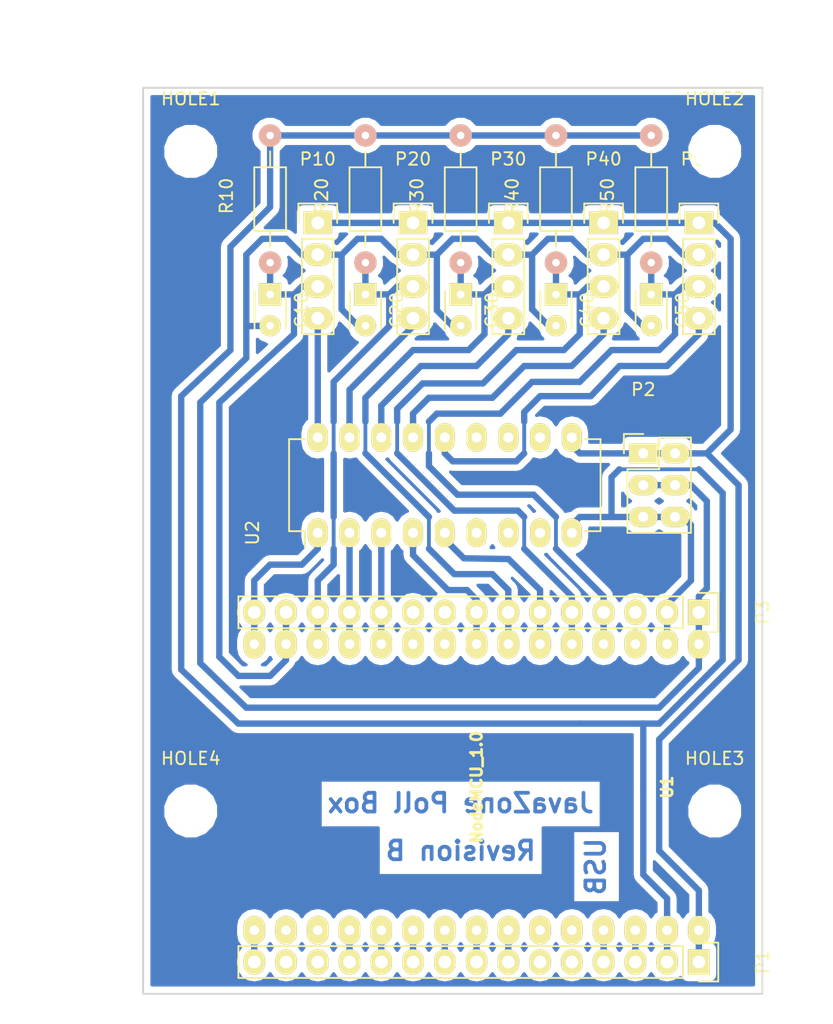
<source format=kicad_pcb>
(kicad_pcb (version 4) (host pcbnew 4.0.3-stable)

  (general
    (links 77)
    (no_connects 0)
    (area 65.810001 40.48 132.801143 121.927333)
    (thickness 1.6)
    (drawings 9)
    (tracks 281)
    (zones 0)
    (modules 24)
    (nets 28)
  )

  (page A4)
  (layers
    (0 F.Cu signal)
    (31 B.Cu signal)
    (32 B.Adhes user hide)
    (33 F.Adhes user hide)
    (34 B.Paste user)
    (35 F.Paste user)
    (36 B.SilkS user hide)
    (37 F.SilkS user hide)
    (38 B.Mask user)
    (39 F.Mask user)
    (40 Dwgs.User user)
    (41 Cmts.User user)
    (42 Eco1.User user)
    (43 Eco2.User user)
    (44 Edge.Cuts user)
    (45 Margin user)
    (46 B.CrtYd user)
    (47 F.CrtYd user)
    (48 B.Fab user)
    (49 F.Fab user)
  )

  (setup
    (last_trace_width 0.508)
    (user_trace_width 0.3048)
    (user_trace_width 0.508)
    (trace_clearance 0.254)
    (zone_clearance 0.508)
    (zone_45_only no)
    (trace_min 0.3048)
    (segment_width 0.2)
    (edge_width 0.15)
    (via_size 0.6)
    (via_drill 0.4)
    (via_min_size 0.4)
    (via_min_drill 0.3)
    (uvia_size 0.3)
    (uvia_drill 0.1)
    (uvias_allowed no)
    (uvia_min_size 0)
    (uvia_min_drill 0)
    (pcb_text_width 0.3)
    (pcb_text_size 1.5 1.5)
    (mod_edge_width 0.15)
    (mod_text_size 1 1)
    (mod_text_width 0.15)
    (pad_size 1.7 1.7)
    (pad_drill 0.6)
    (pad_to_mask_clearance 0.2)
    (aux_axis_origin 77.47 118.745)
    (grid_origin 77.47 119.38)
    (visible_elements FFFCFF7F)
    (pcbplotparams
      (layerselection 0x3ffff_80000001)
      (usegerberextensions false)
      (excludeedgelayer false)
      (linewidth 0.100000)
      (plotframeref false)
      (viasonmask false)
      (mode 1)
      (useauxorigin false)
      (hpglpennumber 1)
      (hpglpenspeed 20)
      (hpglpendiameter 15)
      (hpglpenoverlay 2)
      (psnegative false)
      (psa4output false)
      (plotreference true)
      (plotvalue true)
      (plotinvisibletext false)
      (padsonsilk false)
      (subtractmaskfromsilk false)
      (outputformat 4)
      (mirror false)
      (drillshape 0)
      (scaleselection 1)
      (outputdirectory pdf-real))
  )

  (net 0 "")
  (net 1 +3V3)
  (net 2 +5V)
  (net 3 GND)
  (net 4 /LED_1)
  (net 5 /LED_2)
  (net 6 /LED_3)
  (net 7 /LED_4)
  (net 8 /SWITCH_2)
  (net 9 /SWITCH_3)
  (net 10 /SWITCH_4)
  (net 11 /SWITCH_5)
  (net 12 /LED_5)
  (net 13 /~RST)
  (net 14 /EN)
  (net 15 /CLK)
  (net 16 /SD0)
  (net 17 /CMD)
  (net 18 /SD1)
  (net 19 /SD2)
  (net 20 /SD3)
  (net 21 /AD0)
  (net 22 /LED_1_OUT)
  (net 23 /LED_2_OUT)
  (net 24 /LED_3_OUT)
  (net 25 /LED_4_OUT)
  (net 26 /LED_5_OUT)
  (net 27 /SWITCH_1)

  (net_class Default "This is the default net class."
    (clearance 0.254)
    (trace_width 0.508)
    (via_dia 0.6)
    (via_drill 0.4)
    (uvia_dia 0.3)
    (uvia_drill 0.1)
    (add_net +3V3)
    (add_net +5V)
    (add_net /AD0)
    (add_net /CLK)
    (add_net /CMD)
    (add_net /EN)
    (add_net /LED_1)
    (add_net /LED_1_OUT)
    (add_net /LED_2)
    (add_net /LED_2_OUT)
    (add_net /LED_3)
    (add_net /LED_3_OUT)
    (add_net /LED_4)
    (add_net /LED_4_OUT)
    (add_net /LED_5)
    (add_net /LED_5_OUT)
    (add_net /SD0)
    (add_net /SD1)
    (add_net /SD2)
    (add_net /SD3)
    (add_net /SWITCH_1)
    (add_net /SWITCH_2)
    (add_net /SWITCH_3)
    (add_net /SWITCH_4)
    (add_net /SWITCH_5)
    (add_net /~RST)
    (add_net GND)
  )

  (net_class narrow ""
    (clearance 0.254)
    (trace_width 0.3048)
    (via_dia 0.6)
    (via_drill 0.4)
    (uvia_dia 0.3)
    (uvia_drill 0.1)
  )

  (module Housings_DIP.pretty:DIP-18_W7.62mm_LongPads (layer F.Cu) (tedit 54130A77) (tstamp 57AC1F4D)
    (at 91.44 82.55 90)
    (descr "18-lead dip package, row spacing 7.62 mm (300 mils), longer pads")
    (tags "dil dip 2.54 300")
    (path /573FD560)
    (fp_text reference U2 (at 0 -5.22 90) (layer F.SilkS)
      (effects (font (size 1 1) (thickness 0.15)))
    )
    (fp_text value ULN2803 (at 0 -3.72 90) (layer F.Fab)
      (effects (font (size 1 1) (thickness 0.15)))
    )
    (fp_line (start -1.4 -2.45) (end -1.4 22.8) (layer F.CrtYd) (width 0.05))
    (fp_line (start 9 -2.45) (end 9 22.8) (layer F.CrtYd) (width 0.05))
    (fp_line (start -1.4 -2.45) (end 9 -2.45) (layer F.CrtYd) (width 0.05))
    (fp_line (start -1.4 22.8) (end 9 22.8) (layer F.CrtYd) (width 0.05))
    (fp_line (start 0.135 -2.295) (end 0.135 -1.025) (layer F.SilkS) (width 0.15))
    (fp_line (start 7.485 -2.295) (end 7.485 -1.025) (layer F.SilkS) (width 0.15))
    (fp_line (start 7.485 22.615) (end 7.485 21.345) (layer F.SilkS) (width 0.15))
    (fp_line (start 0.135 22.615) (end 0.135 21.345) (layer F.SilkS) (width 0.15))
    (fp_line (start 0.135 -2.295) (end 7.485 -2.295) (layer F.SilkS) (width 0.15))
    (fp_line (start 0.135 22.615) (end 7.485 22.615) (layer F.SilkS) (width 0.15))
    (fp_line (start 0.135 -1.025) (end -1.15 -1.025) (layer F.SilkS) (width 0.15))
    (pad 1 thru_hole oval (at 0 0 90) (size 2.3 1.6) (drill 0.8) (layers *.Cu *.Mask F.SilkS)
      (net 4 /LED_1))
    (pad 2 thru_hole oval (at 0 2.54 90) (size 2.3 1.6) (drill 0.8) (layers *.Cu *.Mask F.SilkS)
      (net 5 /LED_2))
    (pad 3 thru_hole oval (at 0 5.08 90) (size 2.3 1.6) (drill 0.8) (layers *.Cu *.Mask F.SilkS)
      (net 6 /LED_3))
    (pad 4 thru_hole oval (at 0 7.62 90) (size 2.3 1.6) (drill 0.8) (layers *.Cu *.Mask F.SilkS)
      (net 7 /LED_4))
    (pad 5 thru_hole oval (at 0 10.16 90) (size 2.3 1.6) (drill 0.8) (layers *.Cu *.Mask F.SilkS)
      (net 12 /LED_5))
    (pad 6 thru_hole oval (at 0 12.7 90) (size 2.3 1.6) (drill 0.8) (layers *.Cu *.Mask F.SilkS))
    (pad 7 thru_hole oval (at 0 15.24 90) (size 2.3 1.6) (drill 0.8) (layers *.Cu *.Mask F.SilkS))
    (pad 8 thru_hole oval (at 0 17.78 90) (size 2.3 1.6) (drill 0.8) (layers *.Cu *.Mask F.SilkS))
    (pad 9 thru_hole oval (at 0 20.32 90) (size 2.3 1.6) (drill 0.8) (layers *.Cu *.Mask F.SilkS)
      (net 3 GND))
    (pad 10 thru_hole oval (at 7.62 20.32 90) (size 2.3 1.6) (drill 0.8) (layers *.Cu *.Mask F.SilkS)
      (net 2 +5V))
    (pad 11 thru_hole oval (at 7.62 17.78 90) (size 2.3 1.6) (drill 0.8) (layers *.Cu *.Mask F.SilkS))
    (pad 12 thru_hole oval (at 7.62 15.24 90) (size 2.3 1.6) (drill 0.8) (layers *.Cu *.Mask F.SilkS))
    (pad 13 thru_hole oval (at 7.62 12.7 90) (size 2.3 1.6) (drill 0.8) (layers *.Cu *.Mask F.SilkS))
    (pad 14 thru_hole oval (at 7.62 10.16 90) (size 2.3 1.6) (drill 0.8) (layers *.Cu *.Mask F.SilkS)
      (net 26 /LED_5_OUT))
    (pad 15 thru_hole oval (at 7.62 7.62 90) (size 2.3 1.6) (drill 0.8) (layers *.Cu *.Mask F.SilkS)
      (net 25 /LED_4_OUT))
    (pad 16 thru_hole oval (at 7.62 5.08 90) (size 2.3 1.6) (drill 0.8) (layers *.Cu *.Mask F.SilkS)
      (net 24 /LED_3_OUT))
    (pad 17 thru_hole oval (at 7.62 2.54 90) (size 2.3 1.6) (drill 0.8) (layers *.Cu *.Mask F.SilkS)
      (net 23 /LED_2_OUT))
    (pad 18 thru_hole oval (at 7.62 0 90) (size 2.3 1.6) (drill 0.8) (layers *.Cu *.Mask F.SilkS)
      (net 22 /LED_1_OUT))
    (model Housings_DIP.3dshapes/DIP-18_W7.62mm_LongPads.wrl
      (at (xyz 0 0 0))
      (scale (xyz 1 1 1))
      (rotate (xyz 0 0 0))
    )
  )

  (module Mounting_Holes.pretty:MountingHole_3.2mm_M3 (layer F.Cu) (tedit 57AD8951) (tstamp 57B1847B)
    (at 81.28 104.775)
    (descr "Mounting Hole 3.2mm, no annular, M3")
    (tags "mounting hole 3.2mm no annular m3")
    (fp_text reference HOLE4 (at 0 -4.2) (layer F.SilkS)
      (effects (font (size 1 1) (thickness 0.15)))
    )
    (fp_text value MountingHole_3.2mm_M3 (at 0 4.2) (layer F.Fab)
      (effects (font (size 1 1) (thickness 0.15)))
    )
    (fp_circle (center 0 0) (end 3.2 0) (layer Cmts.User) (width 0.15))
    (fp_circle (center 0 0) (end 3.45 0) (layer F.CrtYd) (width 0.05))
    (pad 1 np_thru_hole circle (at 0 0) (size 3.2 3.2) (drill 3.2) (layers *.Cu *.Mask F.SilkS))
  )

  (module Mounting_Holes.pretty:MountingHole_3.2mm_M3 (layer F.Cu) (tedit 57AD8947) (tstamp 57B18475)
    (at 123.19 104.775)
    (descr "Mounting Hole 3.2mm, no annular, M3")
    (tags "mounting hole 3.2mm no annular m3")
    (fp_text reference HOLE3 (at 0 -4.2) (layer F.SilkS)
      (effects (font (size 1 1) (thickness 0.15)))
    )
    (fp_text value MountingHole_3.2mm_M3 (at 0 4.2) (layer F.Fab)
      (effects (font (size 1 1) (thickness 0.15)))
    )
    (fp_circle (center 0 0) (end 3.2 0) (layer Cmts.User) (width 0.15))
    (fp_circle (center 0 0) (end 3.45 0) (layer F.CrtYd) (width 0.05))
    (pad 1 np_thru_hole circle (at 0 0) (size 3.2 3.2) (drill 3.2) (layers *.Cu *.Mask F.SilkS))
  )

  (module Mounting_Holes.pretty:MountingHole_3.2mm_M3 (layer F.Cu) (tedit 57AD893A) (tstamp 57B1845D)
    (at 123.19 52.07)
    (descr "Mounting Hole 3.2mm, no annular, M3")
    (tags "mounting hole 3.2mm no annular m3")
    (fp_text reference HOLE2 (at 0 -4.2) (layer F.SilkS)
      (effects (font (size 1 1) (thickness 0.15)))
    )
    (fp_text value MountingHole_3.2mm_M3 (at 0 4.2) (layer F.Fab)
      (effects (font (size 1 1) (thickness 0.15)))
    )
    (fp_circle (center 0 0) (end 3.2 0) (layer Cmts.User) (width 0.15))
    (fp_circle (center 0 0) (end 3.45 0) (layer F.CrtYd) (width 0.05))
    (pad 1 np_thru_hole circle (at 0 0) (size 3.2 3.2) (drill 3.2) (layers *.Cu *.Mask F.SilkS))
  )

  (module Pin_Headers:Pin_Header_Straight_1x04 (layer F.Cu) (tedit 0) (tstamp 57403777)
    (at 114.3 57.785)
    (descr "Through hole pin header")
    (tags "pin header")
    (path /573F857B)
    (fp_text reference P40 (at 0 -5.1) (layer F.SilkS)
      (effects (font (size 1 1) (thickness 0.15)))
    )
    (fp_text value CONN_01X04 (at 0 -3.1) (layer F.Fab)
      (effects (font (size 1 1) (thickness 0.15)))
    )
    (fp_line (start -1.75 -1.75) (end -1.75 9.4) (layer F.CrtYd) (width 0.05))
    (fp_line (start 1.75 -1.75) (end 1.75 9.4) (layer F.CrtYd) (width 0.05))
    (fp_line (start -1.75 -1.75) (end 1.75 -1.75) (layer F.CrtYd) (width 0.05))
    (fp_line (start -1.75 9.4) (end 1.75 9.4) (layer F.CrtYd) (width 0.05))
    (fp_line (start -1.27 1.27) (end -1.27 8.89) (layer F.SilkS) (width 0.15))
    (fp_line (start 1.27 1.27) (end 1.27 8.89) (layer F.SilkS) (width 0.15))
    (fp_line (start 1.55 -1.55) (end 1.55 0) (layer F.SilkS) (width 0.15))
    (fp_line (start -1.27 8.89) (end 1.27 8.89) (layer F.SilkS) (width 0.15))
    (fp_line (start 1.27 1.27) (end -1.27 1.27) (layer F.SilkS) (width 0.15))
    (fp_line (start -1.55 0) (end -1.55 -1.55) (layer F.SilkS) (width 0.15))
    (fp_line (start -1.55 -1.55) (end 1.55 -1.55) (layer F.SilkS) (width 0.15))
    (pad 1 thru_hole rect (at 0 0) (size 2.3 1.8) (drill 1.016) (layers *.Cu *.Mask F.SilkS)
      (net 2 +5V))
    (pad 2 thru_hole oval (at 0 2.54) (size 2.3 1.8) (drill 1.016) (layers *.Cu *.Mask F.SilkS)
      (net 1 +3V3))
    (pad 3 thru_hole oval (at 0 5.08) (size 2.3 1.8) (drill 1.016) (layers *.Cu *.Mask F.SilkS)
      (net 10 /SWITCH_4))
    (pad 4 thru_hole oval (at 0 7.62) (size 2.3 1.8) (drill 1.016) (layers *.Cu *.Mask F.SilkS)
      (net 25 /LED_4_OUT))
    (model Pin_Headers.3dshapes/Pin_Header_Straight_1x04.wrl
      (at (xyz 0 -0.15 0))
      (scale (xyz 1 1 1))
      (rotate (xyz 0 0 90))
    )
  )

  (module Capacitors_ThroughHole:C_Disc_D3_P2.5 (layer F.Cu) (tedit 57B48828) (tstamp 57403741)
    (at 102.87 63.5 270)
    (descr "Capacitor 3mm Disc, Pitch 2.5mm")
    (tags Capacitor)
    (path /573F7D27)
    (fp_text reference C30 (at 1.25 -2.5 270) (layer F.SilkS)
      (effects (font (size 1 1) (thickness 0.15)))
    )
    (fp_text value 100n (at 1.25 2.5 270) (layer F.Fab)
      (effects (font (size 1 1) (thickness 0.15)))
    )
    (fp_line (start -0.9 -1.5) (end 3.4 -1.5) (layer F.CrtYd) (width 0.05))
    (fp_line (start 3.4 -1.5) (end 3.4 1.5) (layer F.CrtYd) (width 0.05))
    (fp_line (start 3.4 1.5) (end -0.9 1.5) (layer F.CrtYd) (width 0.05))
    (fp_line (start -0.9 1.5) (end -0.9 -1.5) (layer F.CrtYd) (width 0.05))
    (fp_line (start -0.25 -1.25) (end 2.75 -1.25) (layer F.SilkS) (width 0.15))
    (fp_line (start 2.75 1.25) (end -0.25 1.25) (layer F.SilkS) (width 0.15))
    (pad 1 thru_hole rect (at 0 0 270) (size 1.8 1.8) (drill 0.6) (layers *.Cu *.Mask F.SilkS)
      (net 9 /SWITCH_3))
    (pad 2 thru_hole circle (at 2.5 0 270) (size 1.7 1.7) (drill 0.6) (layers *.Cu *.Mask F.SilkS)
      (net 1 +3V3))
    (model Capacitors_ThroughHole.3dshapes/C_Disc_D3_P2.5.wrl
      (at (xyz 0.0492126 0 0))
      (scale (xyz 1 1 1))
      (rotate (xyz 0 0 0))
    )
  )

  (module Resistors_ThroughHole:Resistor_Horizontal_RM10mm (layer F.Cu) (tedit 53F56209) (tstamp 57403785)
    (at 95.25 55.88 90)
    (descr "Resistor, Axial,  RM 10mm, 1/3W,")
    (tags "Resistor, Axial, RM 10mm, 1/3W,")
    (path /573F7C6A)
    (fp_text reference R20 (at 0.24892 -3.50012 90) (layer F.SilkS)
      (effects (font (size 1 1) (thickness 0.15)))
    )
    (fp_text value 10k (at 3.81 3.81 90) (layer F.Fab)
      (effects (font (size 1 1) (thickness 0.15)))
    )
    (fp_line (start -2.54 -1.27) (end 2.54 -1.27) (layer F.SilkS) (width 0.15))
    (fp_line (start 2.54 -1.27) (end 2.54 1.27) (layer F.SilkS) (width 0.15))
    (fp_line (start 2.54 1.27) (end -2.54 1.27) (layer F.SilkS) (width 0.15))
    (fp_line (start -2.54 1.27) (end -2.54 -1.27) (layer F.SilkS) (width 0.15))
    (fp_line (start -2.54 0) (end -3.81 0) (layer F.SilkS) (width 0.15))
    (fp_line (start 2.54 0) (end 3.81 0) (layer F.SilkS) (width 0.15))
    (pad 1 thru_hole circle (at -5.08 0 90) (size 1.8 1.8) (drill 0.6) (layers *.Cu *.SilkS *.Mask)
      (net 8 /SWITCH_2))
    (pad 2 thru_hole circle (at 5.08 0 90) (size 1.8 1.8) (drill 0.6) (layers *.Cu *.SilkS *.Mask)
      (net 3 GND))
    (model Resistors_ThroughHole.3dshapes/Resistor_Horizontal_RM10mm.wrl
      (at (xyz 0 0 0))
      (scale (xyz 0.4 0.4 0.4))
      (rotate (xyz 0 0 0))
    )
  )

  (module Capacitors_ThroughHole:C_Disc_D3_P2.5 (layer F.Cu) (tedit 57A36514) (tstamp 57403266)
    (at 87.63 63.5 270)
    (descr "Capacitor 3mm Disc, Pitch 2.5mm")
    (tags Capacitor)
    (path /565CBA55)
    (fp_text reference C10 (at 1.25 -2.5 270) (layer F.SilkS)
      (effects (font (size 1 1) (thickness 0.15)))
    )
    (fp_text value 100n (at 1.25 2.5 270) (layer F.Fab)
      (effects (font (size 1 1) (thickness 0.15)))
    )
    (fp_line (start -0.9 -1.5) (end 3.4 -1.5) (layer F.CrtYd) (width 0.05))
    (fp_line (start 3.4 -1.5) (end 3.4 1.5) (layer F.CrtYd) (width 0.05))
    (fp_line (start 3.4 1.5) (end -0.9 1.5) (layer F.CrtYd) (width 0.05))
    (fp_line (start -0.9 1.5) (end -0.9 -1.5) (layer F.CrtYd) (width 0.05))
    (fp_line (start -0.25 -1.25) (end 2.75 -1.25) (layer F.SilkS) (width 0.15))
    (fp_line (start 2.75 1.25) (end -0.25 1.25) (layer F.SilkS) (width 0.15))
    (pad 1 thru_hole rect (at 0 0 270) (size 1.8 1.8) (drill 0.6) (layers *.Cu *.Mask F.SilkS)
      (net 27 /SWITCH_1))
    (pad 2 thru_hole circle (at 2.5 0 270) (size 1.7 1.7) (drill 0.6) (layers *.Cu *.Mask F.SilkS)
      (net 1 +3V3))
    (model Capacitors_ThroughHole.3dshapes/C_Disc_D3_P2.5.wrl
      (at (xyz 0.0492126 0 0))
      (scale (xyz 1 1 1))
      (rotate (xyz 0 0 0))
    )
  )

  (module Resistors_ThroughHole:Resistor_Horizontal_RM10mm (layer F.Cu) (tedit 57A364B4) (tstamp 574032B6)
    (at 87.63 55.88 90)
    (descr "Resistor, Axial,  RM 10mm, 1/3W,")
    (tags "Resistor, Axial, RM 10mm, 1/3W,")
    (path /565CB6A0)
    (fp_text reference R10 (at 0.24892 -3.50012 90) (layer F.SilkS)
      (effects (font (size 1 1) (thickness 0.15)))
    )
    (fp_text value 10k (at 3.81 3.81 90) (layer F.Fab)
      (effects (font (size 1 1) (thickness 0.15)))
    )
    (fp_line (start -2.54 -1.27) (end 2.54 -1.27) (layer F.SilkS) (width 0.15))
    (fp_line (start 2.54 -1.27) (end 2.54 1.27) (layer F.SilkS) (width 0.15))
    (fp_line (start 2.54 1.27) (end -2.54 1.27) (layer F.SilkS) (width 0.15))
    (fp_line (start -2.54 1.27) (end -2.54 -1.27) (layer F.SilkS) (width 0.15))
    (fp_line (start -2.54 0) (end -3.81 0) (layer F.SilkS) (width 0.15))
    (fp_line (start 2.54 0) (end 3.81 0) (layer F.SilkS) (width 0.15))
    (pad 1 thru_hole circle (at -5.08 0 90) (size 1.8 1.8) (drill 0.6) (layers *.Cu *.SilkS *.Mask)
      (net 27 /SWITCH_1))
    (pad 2 thru_hole circle (at 5.08 0 90) (size 1.8 1.8) (drill 0.6) (layers *.Cu *.SilkS *.Mask)
      (net 3 GND))
    (model Resistors_ThroughHole.3dshapes/Resistor_Horizontal_RM10mm.wrl
      (at (xyz 0 0 0))
      (scale (xyz 0.4 0.4 0.4))
      (rotate (xyz 0 0 0))
    )
  )

  (module Capacitors_ThroughHole:C_Disc_D3_P2.5 (layer F.Cu) (tedit 57B47CA0) (tstamp 5740373B)
    (at 95.25 63.5 270)
    (descr "Capacitor 3mm Disc, Pitch 2.5mm")
    (tags Capacitor)
    (path /573F7C70)
    (fp_text reference C20 (at 1.25 -2.5 270) (layer F.SilkS)
      (effects (font (size 1 1) (thickness 0.15)))
    )
    (fp_text value 100n (at 1.25 2.5 270) (layer F.Fab)
      (effects (font (size 1 1) (thickness 0.15)))
    )
    (fp_line (start -0.9 -1.5) (end 3.4 -1.5) (layer F.CrtYd) (width 0.05))
    (fp_line (start 3.4 -1.5) (end 3.4 1.5) (layer F.CrtYd) (width 0.05))
    (fp_line (start 3.4 1.5) (end -0.9 1.5) (layer F.CrtYd) (width 0.05))
    (fp_line (start -0.9 1.5) (end -0.9 -1.5) (layer F.CrtYd) (width 0.05))
    (fp_line (start -0.25 -1.25) (end 2.75 -1.25) (layer F.SilkS) (width 0.15))
    (fp_line (start 2.75 1.25) (end -0.25 1.25) (layer F.SilkS) (width 0.15))
    (pad 1 thru_hole rect (at 0 0 270) (size 1.8 1.8) (drill 0.6) (layers *.Cu *.Mask F.SilkS)
      (net 8 /SWITCH_2))
    (pad 2 thru_hole circle (at 2.5 0 270) (size 1.7 1.7) (drill 0.6) (layers *.Cu *.Mask F.SilkS)
      (net 1 +3V3))
    (model Capacitors_ThroughHole.3dshapes/C_Disc_D3_P2.5.wrl
      (at (xyz 0.0492126 0 0))
      (scale (xyz 1 1 1))
      (rotate (xyz 0 0 0))
    )
  )

  (module Capacitors_ThroughHole:C_Disc_D3_P2.5 (layer F.Cu) (tedit 0) (tstamp 57403747)
    (at 110.49 63.5 270)
    (descr "Capacitor 3mm Disc, Pitch 2.5mm")
    (tags Capacitor)
    (path /573F8566)
    (fp_text reference C40 (at 1.25 -2.5 270) (layer F.SilkS)
      (effects (font (size 1 1) (thickness 0.15)))
    )
    (fp_text value 100n (at 1.25 2.5 270) (layer F.Fab)
      (effects (font (size 1 1) (thickness 0.15)))
    )
    (fp_line (start -0.9 -1.5) (end 3.4 -1.5) (layer F.CrtYd) (width 0.05))
    (fp_line (start 3.4 -1.5) (end 3.4 1.5) (layer F.CrtYd) (width 0.05))
    (fp_line (start 3.4 1.5) (end -0.9 1.5) (layer F.CrtYd) (width 0.05))
    (fp_line (start -0.9 1.5) (end -0.9 -1.5) (layer F.CrtYd) (width 0.05))
    (fp_line (start -0.25 -1.25) (end 2.75 -1.25) (layer F.SilkS) (width 0.15))
    (fp_line (start 2.75 1.25) (end -0.25 1.25) (layer F.SilkS) (width 0.15))
    (pad 1 thru_hole rect (at 0 0 270) (size 1.8 1.8) (drill 0.6) (layers *.Cu *.Mask F.SilkS)
      (net 10 /SWITCH_4))
    (pad 2 thru_hole circle (at 2.5 0 270) (size 1.7 1.7) (drill 0.6) (layers *.Cu *.Mask F.SilkS)
      (net 1 +3V3))
    (model Capacitors_ThroughHole.3dshapes/C_Disc_D3_P2.5.wrl
      (at (xyz 0.0492126 0 0))
      (scale (xyz 1 1 1))
      (rotate (xyz 0 0 0))
    )
  )

  (module Capacitors_ThroughHole:C_Disc_D3_P2.5 (layer F.Cu) (tedit 57B46E2E) (tstamp 5740374D)
    (at 118.11 63.5 270)
    (descr "Capacitor 3mm Disc, Pitch 2.5mm")
    (tags Capacitor)
    (path /573F8896)
    (fp_text reference C50 (at 1.25 -2.5 270) (layer F.SilkS)
      (effects (font (size 1 1) (thickness 0.15)))
    )
    (fp_text value 100n (at 1.25 2.5 270) (layer F.Fab)
      (effects (font (size 1 1) (thickness 0.15)))
    )
    (fp_line (start -0.9 -1.5) (end 3.4 -1.5) (layer F.CrtYd) (width 0.05))
    (fp_line (start 3.4 -1.5) (end 3.4 1.5) (layer F.CrtYd) (width 0.05))
    (fp_line (start 3.4 1.5) (end -0.9 1.5) (layer F.CrtYd) (width 0.05))
    (fp_line (start -0.9 1.5) (end -0.9 -1.5) (layer F.CrtYd) (width 0.05))
    (fp_line (start -0.25 -1.25) (end 2.75 -1.25) (layer F.SilkS) (width 0.15))
    (fp_line (start 2.75 1.25) (end -0.25 1.25) (layer F.SilkS) (width 0.15))
    (pad 1 thru_hole rect (at 0 0 270) (size 1.8 1.8) (drill 0.6) (layers *.Cu *.Mask F.SilkS)
      (net 11 /SWITCH_5))
    (pad 2 thru_hole circle (at 2.5 0 270) (size 1.7 1.7) (drill 0.6) (layers *.Cu *.Mask F.SilkS)
      (net 1 +3V3))
    (model Capacitors_ThroughHole.3dshapes/C_Disc_D3_P2.5.wrl
      (at (xyz 0.0492126 0 0))
      (scale (xyz 1 1 1))
      (rotate (xyz 0 0 0))
    )
  )

  (module Pin_Headers:Pin_Header_Straight_2x03 (layer F.Cu) (tedit 57B46D32) (tstamp 57403757)
    (at 117.475 76.2)
    (descr "Through hole pin header")
    (tags "pin header")
    (path /56A492E2)
    (fp_text reference P2 (at 0 -5.1) (layer F.SilkS)
      (effects (font (size 1 1) (thickness 0.15)))
    )
    (fp_text value CONN_02X03 (at 0 -3.1) (layer F.Fab)
      (effects (font (size 1 1) (thickness 0.15)))
    )
    (fp_line (start -1.27 1.27) (end -1.27 6.35) (layer F.SilkS) (width 0.15))
    (fp_line (start -1.55 -1.55) (end 0 -1.55) (layer F.SilkS) (width 0.15))
    (fp_line (start -1.75 -1.75) (end -1.75 6.85) (layer F.CrtYd) (width 0.05))
    (fp_line (start 4.3 -1.75) (end 4.3 6.85) (layer F.CrtYd) (width 0.05))
    (fp_line (start -1.75 -1.75) (end 4.3 -1.75) (layer F.CrtYd) (width 0.05))
    (fp_line (start -1.75 6.85) (end 4.3 6.85) (layer F.CrtYd) (width 0.05))
    (fp_line (start 1.27 -1.27) (end 1.27 1.27) (layer F.SilkS) (width 0.15))
    (fp_line (start 1.27 1.27) (end -1.27 1.27) (layer F.SilkS) (width 0.15))
    (fp_line (start -1.27 6.35) (end 3.81 6.35) (layer F.SilkS) (width 0.15))
    (fp_line (start 3.81 6.35) (end 3.81 1.27) (layer F.SilkS) (width 0.15))
    (fp_line (start -1.55 -1.55) (end -1.55 0) (layer F.SilkS) (width 0.15))
    (fp_line (start 3.81 -1.27) (end 1.27 -1.27) (layer F.SilkS) (width 0.15))
    (fp_line (start 3.81 1.27) (end 3.81 -1.27) (layer F.SilkS) (width 0.15))
    (pad 1 thru_hole rect (at 0 0) (size 2.3 1.6) (drill 0.8) (layers *.Cu *.Mask F.SilkS)
      (net 2 +5V))
    (pad 2 thru_hole oval (at 2.54 0) (size 2.3 1.6) (drill 0.8) (layers *.Cu *.Mask F.SilkS)
      (net 2 +5V))
    (pad 3 thru_hole oval (at 0 2.54) (size 2.3 1.6) (drill 0.8) (layers *.Cu *.Mask F.SilkS)
      (net 1 +3V3))
    (pad 4 thru_hole oval (at 2.54 2.54) (size 2.3 1.6) (drill 0.8) (layers *.Cu *.Mask F.SilkS)
      (net 1 +3V3))
    (pad 5 thru_hole oval (at 0 5.08) (size 2.3 1.6) (drill 0.8) (layers *.Cu *.Mask F.SilkS)
      (net 3 GND))
    (pad 6 thru_hole oval (at 2.54 5.08) (size 2.3 1.6) (drill 0.8) (layers *.Cu *.Mask F.SilkS)
      (net 3 GND))
    (model Pin_Headers.3dshapes/Pin_Header_Straight_2x03.wrl
      (at (xyz 0.05 -0.1 0))
      (scale (xyz 1 1 1))
      (rotate (xyz 0 0 90))
    )
  )

  (module Pin_Headers:Pin_Header_Straight_1x04 (layer F.Cu) (tedit 0) (tstamp 5740375F)
    (at 91.44 57.785)
    (descr "Through hole pin header")
    (tags "pin header")
    (path /573F6CAE)
    (fp_text reference P10 (at 0 -5.1) (layer F.SilkS)
      (effects (font (size 1 1) (thickness 0.15)))
    )
    (fp_text value CONN_01X04 (at 0 -3.1) (layer F.Fab)
      (effects (font (size 1 1) (thickness 0.15)))
    )
    (fp_line (start -1.75 -1.75) (end -1.75 9.4) (layer F.CrtYd) (width 0.05))
    (fp_line (start 1.75 -1.75) (end 1.75 9.4) (layer F.CrtYd) (width 0.05))
    (fp_line (start -1.75 -1.75) (end 1.75 -1.75) (layer F.CrtYd) (width 0.05))
    (fp_line (start -1.75 9.4) (end 1.75 9.4) (layer F.CrtYd) (width 0.05))
    (fp_line (start -1.27 1.27) (end -1.27 8.89) (layer F.SilkS) (width 0.15))
    (fp_line (start 1.27 1.27) (end 1.27 8.89) (layer F.SilkS) (width 0.15))
    (fp_line (start 1.55 -1.55) (end 1.55 0) (layer F.SilkS) (width 0.15))
    (fp_line (start -1.27 8.89) (end 1.27 8.89) (layer F.SilkS) (width 0.15))
    (fp_line (start 1.27 1.27) (end -1.27 1.27) (layer F.SilkS) (width 0.15))
    (fp_line (start -1.55 0) (end -1.55 -1.55) (layer F.SilkS) (width 0.15))
    (fp_line (start -1.55 -1.55) (end 1.55 -1.55) (layer F.SilkS) (width 0.15))
    (pad 1 thru_hole rect (at 0 0) (size 2.3 1.8) (drill 1.016) (layers *.Cu *.Mask F.SilkS)
      (net 2 +5V))
    (pad 2 thru_hole oval (at 0 2.54) (size 2.3 1.8) (drill 1.016) (layers *.Cu *.Mask F.SilkS)
      (net 1 +3V3))
    (pad 3 thru_hole oval (at 0 5.08) (size 2.3 1.8) (drill 1.016) (layers *.Cu *.Mask F.SilkS)
      (net 27 /SWITCH_1))
    (pad 4 thru_hole oval (at 0 7.62) (size 2.3 1.8) (drill 1.016) (layers *.Cu *.Mask F.SilkS)
      (net 22 /LED_1_OUT))
    (model Pin_Headers.3dshapes/Pin_Header_Straight_1x04.wrl
      (at (xyz 0 -0.15 0))
      (scale (xyz 1 1 1))
      (rotate (xyz 0 0 90))
    )
  )

  (module Pin_Headers:Pin_Header_Straight_1x04 (layer F.Cu) (tedit 0) (tstamp 57403767)
    (at 99.06 57.785)
    (descr "Through hole pin header")
    (tags "pin header")
    (path /573F7C83)
    (fp_text reference P20 (at 0 -5.1) (layer F.SilkS)
      (effects (font (size 1 1) (thickness 0.15)))
    )
    (fp_text value CONN_01X04 (at 0 -3.1) (layer F.Fab)
      (effects (font (size 1 1) (thickness 0.15)))
    )
    (fp_line (start -1.75 -1.75) (end -1.75 9.4) (layer F.CrtYd) (width 0.05))
    (fp_line (start 1.75 -1.75) (end 1.75 9.4) (layer F.CrtYd) (width 0.05))
    (fp_line (start -1.75 -1.75) (end 1.75 -1.75) (layer F.CrtYd) (width 0.05))
    (fp_line (start -1.75 9.4) (end 1.75 9.4) (layer F.CrtYd) (width 0.05))
    (fp_line (start -1.27 1.27) (end -1.27 8.89) (layer F.SilkS) (width 0.15))
    (fp_line (start 1.27 1.27) (end 1.27 8.89) (layer F.SilkS) (width 0.15))
    (fp_line (start 1.55 -1.55) (end 1.55 0) (layer F.SilkS) (width 0.15))
    (fp_line (start -1.27 8.89) (end 1.27 8.89) (layer F.SilkS) (width 0.15))
    (fp_line (start 1.27 1.27) (end -1.27 1.27) (layer F.SilkS) (width 0.15))
    (fp_line (start -1.55 0) (end -1.55 -1.55) (layer F.SilkS) (width 0.15))
    (fp_line (start -1.55 -1.55) (end 1.55 -1.55) (layer F.SilkS) (width 0.15))
    (pad 1 thru_hole rect (at 0 0) (size 2.3 1.8) (drill 1.016) (layers *.Cu *.Mask F.SilkS)
      (net 2 +5V))
    (pad 2 thru_hole oval (at 0 2.54) (size 2.3 1.8) (drill 1.016) (layers *.Cu *.Mask F.SilkS)
      (net 1 +3V3))
    (pad 3 thru_hole oval (at 0 5.08) (size 2.3 1.8) (drill 1.016) (layers *.Cu *.Mask F.SilkS)
      (net 8 /SWITCH_2))
    (pad 4 thru_hole oval (at 0 7.62) (size 2.3 1.8) (drill 1.016) (layers *.Cu *.Mask F.SilkS)
      (net 23 /LED_2_OUT))
    (model Pin_Headers.3dshapes/Pin_Header_Straight_1x04.wrl
      (at (xyz 0 -0.15 0))
      (scale (xyz 1 1 1))
      (rotate (xyz 0 0 90))
    )
  )

  (module Pin_Headers:Pin_Header_Straight_1x04 (layer F.Cu) (tedit 0) (tstamp 5740376F)
    (at 106.68 57.785)
    (descr "Through hole pin header")
    (tags "pin header")
    (path /573F7D3A)
    (fp_text reference P30 (at 0 -5.1) (layer F.SilkS)
      (effects (font (size 1 1) (thickness 0.15)))
    )
    (fp_text value CONN_01X04 (at 0 -3.1) (layer F.Fab)
      (effects (font (size 1 1) (thickness 0.15)))
    )
    (fp_line (start -1.75 -1.75) (end -1.75 9.4) (layer F.CrtYd) (width 0.05))
    (fp_line (start 1.75 -1.75) (end 1.75 9.4) (layer F.CrtYd) (width 0.05))
    (fp_line (start -1.75 -1.75) (end 1.75 -1.75) (layer F.CrtYd) (width 0.05))
    (fp_line (start -1.75 9.4) (end 1.75 9.4) (layer F.CrtYd) (width 0.05))
    (fp_line (start -1.27 1.27) (end -1.27 8.89) (layer F.SilkS) (width 0.15))
    (fp_line (start 1.27 1.27) (end 1.27 8.89) (layer F.SilkS) (width 0.15))
    (fp_line (start 1.55 -1.55) (end 1.55 0) (layer F.SilkS) (width 0.15))
    (fp_line (start -1.27 8.89) (end 1.27 8.89) (layer F.SilkS) (width 0.15))
    (fp_line (start 1.27 1.27) (end -1.27 1.27) (layer F.SilkS) (width 0.15))
    (fp_line (start -1.55 0) (end -1.55 -1.55) (layer F.SilkS) (width 0.15))
    (fp_line (start -1.55 -1.55) (end 1.55 -1.55) (layer F.SilkS) (width 0.15))
    (pad 1 thru_hole rect (at 0 0) (size 2.3 1.8) (drill 1.016) (layers *.Cu *.Mask F.SilkS)
      (net 2 +5V))
    (pad 2 thru_hole oval (at 0 2.54) (size 2.3 1.8) (drill 1.016) (layers *.Cu *.Mask F.SilkS)
      (net 1 +3V3))
    (pad 3 thru_hole oval (at 0 5.08) (size 2.3 1.8) (drill 1.016) (layers *.Cu *.Mask F.SilkS)
      (net 9 /SWITCH_3))
    (pad 4 thru_hole oval (at 0 7.62) (size 2.3 1.8) (drill 1.016) (layers *.Cu *.Mask F.SilkS)
      (net 24 /LED_3_OUT))
    (model Pin_Headers.3dshapes/Pin_Header_Straight_1x04.wrl
      (at (xyz 0 -0.15 0))
      (scale (xyz 1 1 1))
      (rotate (xyz 0 0 90))
    )
  )

  (module Pin_Headers:Pin_Header_Straight_1x04 (layer F.Cu) (tedit 57B46E91) (tstamp 5740377F)
    (at 121.92 57.785)
    (descr "Through hole pin header")
    (tags "pin header")
    (path /573F88AB)
    (fp_text reference P50 (at 0 -5.1) (layer F.SilkS)
      (effects (font (size 1 1) (thickness 0.15)))
    )
    (fp_text value CONN_01X04 (at 0 -3.1) (layer F.Fab)
      (effects (font (size 1 1) (thickness 0.15)))
    )
    (fp_line (start -1.75 -1.75) (end -1.75 9.4) (layer F.CrtYd) (width 0.05))
    (fp_line (start 1.75 -1.75) (end 1.75 9.4) (layer F.CrtYd) (width 0.05))
    (fp_line (start -1.75 -1.75) (end 1.75 -1.75) (layer F.CrtYd) (width 0.05))
    (fp_line (start -1.75 9.4) (end 1.75 9.4) (layer F.CrtYd) (width 0.05))
    (fp_line (start -1.27 1.27) (end -1.27 8.89) (layer F.SilkS) (width 0.15))
    (fp_line (start 1.27 1.27) (end 1.27 8.89) (layer F.SilkS) (width 0.15))
    (fp_line (start 1.55 -1.55) (end 1.55 0) (layer F.SilkS) (width 0.15))
    (fp_line (start -1.27 8.89) (end 1.27 8.89) (layer F.SilkS) (width 0.15))
    (fp_line (start 1.27 1.27) (end -1.27 1.27) (layer F.SilkS) (width 0.15))
    (fp_line (start -1.55 0) (end -1.55 -1.55) (layer F.SilkS) (width 0.15))
    (fp_line (start -1.55 -1.55) (end 1.55 -1.55) (layer F.SilkS) (width 0.15))
    (pad 1 thru_hole rect (at 0 0) (size 2.3 1.8) (drill 1.016) (layers *.Cu *.Mask F.SilkS)
      (net 2 +5V))
    (pad 2 thru_hole oval (at 0 2.54) (size 2.3 1.8) (drill 1.016) (layers *.Cu *.Mask F.SilkS)
      (net 1 +3V3))
    (pad 3 thru_hole oval (at 0 5.08) (size 2.3 1.8) (drill 1.016) (layers *.Cu *.Mask F.SilkS)
      (net 11 /SWITCH_5))
    (pad 4 thru_hole oval (at 0 7.62) (size 2.3 1.8) (drill 1.016) (layers *.Cu *.Mask F.SilkS)
      (net 26 /LED_5_OUT))
    (model Pin_Headers.3dshapes/Pin_Header_Straight_1x04.wrl
      (at (xyz 0 -0.15 0))
      (scale (xyz 1 1 1))
      (rotate (xyz 0 0 90))
    )
  )

  (module Resistors_ThroughHole:Resistor_Horizontal_RM10mm (layer F.Cu) (tedit 53F56209) (tstamp 5740378B)
    (at 102.87 55.88 90)
    (descr "Resistor, Axial,  RM 10mm, 1/3W,")
    (tags "Resistor, Axial, RM 10mm, 1/3W,")
    (path /573F7D21)
    (fp_text reference R30 (at 0.24892 -3.50012 90) (layer F.SilkS)
      (effects (font (size 1 1) (thickness 0.15)))
    )
    (fp_text value 10k (at 3.81 3.81 90) (layer F.Fab)
      (effects (font (size 1 1) (thickness 0.15)))
    )
    (fp_line (start -2.54 -1.27) (end 2.54 -1.27) (layer F.SilkS) (width 0.15))
    (fp_line (start 2.54 -1.27) (end 2.54 1.27) (layer F.SilkS) (width 0.15))
    (fp_line (start 2.54 1.27) (end -2.54 1.27) (layer F.SilkS) (width 0.15))
    (fp_line (start -2.54 1.27) (end -2.54 -1.27) (layer F.SilkS) (width 0.15))
    (fp_line (start -2.54 0) (end -3.81 0) (layer F.SilkS) (width 0.15))
    (fp_line (start 2.54 0) (end 3.81 0) (layer F.SilkS) (width 0.15))
    (pad 1 thru_hole circle (at -5.08 0 90) (size 1.8 1.8) (drill 0.6) (layers *.Cu *.SilkS *.Mask)
      (net 9 /SWITCH_3))
    (pad 2 thru_hole circle (at 5.08 0 90) (size 1.8 1.8) (drill 0.6) (layers *.Cu *.SilkS *.Mask)
      (net 3 GND))
    (model Resistors_ThroughHole.3dshapes/Resistor_Horizontal_RM10mm.wrl
      (at (xyz 0 0 0))
      (scale (xyz 0.4 0.4 0.4))
      (rotate (xyz 0 0 0))
    )
  )

  (module Resistors_ThroughHole:Resistor_Horizontal_RM10mm (layer F.Cu) (tedit 53F56209) (tstamp 57403791)
    (at 110.49 55.88 90)
    (descr "Resistor, Axial,  RM 10mm, 1/3W,")
    (tags "Resistor, Axial, RM 10mm, 1/3W,")
    (path /573F8560)
    (fp_text reference R40 (at 0.24892 -3.50012 90) (layer F.SilkS)
      (effects (font (size 1 1) (thickness 0.15)))
    )
    (fp_text value 10k (at 3.81 3.81 90) (layer F.Fab)
      (effects (font (size 1 1) (thickness 0.15)))
    )
    (fp_line (start -2.54 -1.27) (end 2.54 -1.27) (layer F.SilkS) (width 0.15))
    (fp_line (start 2.54 -1.27) (end 2.54 1.27) (layer F.SilkS) (width 0.15))
    (fp_line (start 2.54 1.27) (end -2.54 1.27) (layer F.SilkS) (width 0.15))
    (fp_line (start -2.54 1.27) (end -2.54 -1.27) (layer F.SilkS) (width 0.15))
    (fp_line (start -2.54 0) (end -3.81 0) (layer F.SilkS) (width 0.15))
    (fp_line (start 2.54 0) (end 3.81 0) (layer F.SilkS) (width 0.15))
    (pad 1 thru_hole circle (at -5.08 0 90) (size 1.8 1.8) (drill 0.6) (layers *.Cu *.SilkS *.Mask)
      (net 10 /SWITCH_4))
    (pad 2 thru_hole circle (at 5.08 0 90) (size 1.8 1.8) (drill 0.6) (layers *.Cu *.SilkS *.Mask)
      (net 3 GND))
    (model Resistors_ThroughHole.3dshapes/Resistor_Horizontal_RM10mm.wrl
      (at (xyz 0 0 0))
      (scale (xyz 0.4 0.4 0.4))
      (rotate (xyz 0 0 0))
    )
  )

  (module Resistors_ThroughHole:Resistor_Horizontal_RM10mm (layer F.Cu) (tedit 57B46D77) (tstamp 57403797)
    (at 118.11 55.88 90)
    (descr "Resistor, Axial,  RM 10mm, 1/3W,")
    (tags "Resistor, Axial, RM 10mm, 1/3W,")
    (path /573F8890)
    (fp_text reference R50 (at 0.24892 -3.50012 90) (layer F.SilkS)
      (effects (font (size 1 1) (thickness 0.15)))
    )
    (fp_text value 10k (at 3.81 3.81 90) (layer F.Fab)
      (effects (font (size 1 1) (thickness 0.15)))
    )
    (fp_line (start -2.54 -1.27) (end 2.54 -1.27) (layer F.SilkS) (width 0.15))
    (fp_line (start 2.54 -1.27) (end 2.54 1.27) (layer F.SilkS) (width 0.15))
    (fp_line (start 2.54 1.27) (end -2.54 1.27) (layer F.SilkS) (width 0.15))
    (fp_line (start -2.54 1.27) (end -2.54 -1.27) (layer F.SilkS) (width 0.15))
    (fp_line (start -2.54 0) (end -3.81 0) (layer F.SilkS) (width 0.15))
    (fp_line (start 2.54 0) (end 3.81 0) (layer F.SilkS) (width 0.15))
    (pad 1 thru_hole circle (at -5.08 0 90) (size 1.8 1.8) (drill 0.6) (layers *.Cu *.SilkS *.Mask)
      (net 11 /SWITCH_5))
    (pad 2 thru_hole circle (at 5.08 0 90) (size 1.8 1.8) (drill 0.6) (layers *.Cu *.SilkS *.Mask)
      (net 3 GND))
    (model Resistors_ThroughHole.3dshapes/Resistor_Horizontal_RM10mm.wrl
      (at (xyz 0 0 0))
      (scale (xyz 0.4 0.4 0.4))
      (rotate (xyz 0 0 0))
    )
  )

  (module Mounting_Holes.pretty:MountingHole_3.2mm_M3 (layer F.Cu) (tedit 57AD8924) (tstamp 57AD7CA1)
    (at 81.28 52.07)
    (descr "Mounting Hole 3.2mm, no annular, M3")
    (tags "mounting hole 3.2mm no annular m3")
    (fp_text reference HOLE1 (at 0 -4.2) (layer F.SilkS)
      (effects (font (size 1 1) (thickness 0.15)))
    )
    (fp_text value MountingHole_3.2mm_M3 (at 0 4.2) (layer F.Fab)
      (effects (font (size 1 1) (thickness 0.15)))
    )
    (fp_circle (center 0 0) (end 3.2 0) (layer Cmts.User) (width 0.15))
    (fp_circle (center 0 0) (end 3.45 0) (layer F.CrtYd) (width 0.05))
    (pad 1 np_thru_hole circle (at 0 0) (size 3.2 3.2) (drill 3.2) (layers *.Cu *.Mask F.SilkS))
  )

  (module Pin_Headers:Pin_Header_Straight_1x15 (layer F.Cu) (tedit 0) (tstamp 57B28A90)
    (at 121.92 116.84 270)
    (descr "Through hole pin header")
    (tags "pin header")
    (path /5749E97D)
    (fp_text reference P1 (at 0 -5.1 270) (layer F.SilkS)
      (effects (font (size 1 1) (thickness 0.15)))
    )
    (fp_text value CONN_01X15 (at 0 -3.1 270) (layer F.Fab)
      (effects (font (size 1 1) (thickness 0.15)))
    )
    (fp_line (start -1.75 -1.75) (end -1.75 37.35) (layer F.CrtYd) (width 0.05))
    (fp_line (start 1.75 -1.75) (end 1.75 37.35) (layer F.CrtYd) (width 0.05))
    (fp_line (start -1.75 -1.75) (end 1.75 -1.75) (layer F.CrtYd) (width 0.05))
    (fp_line (start -1.75 37.35) (end 1.75 37.35) (layer F.CrtYd) (width 0.05))
    (fp_line (start -1.27 1.27) (end -1.27 36.83) (layer F.SilkS) (width 0.15))
    (fp_line (start -1.27 36.83) (end 1.27 36.83) (layer F.SilkS) (width 0.15))
    (fp_line (start 1.27 36.83) (end 1.27 1.27) (layer F.SilkS) (width 0.15))
    (fp_line (start 1.55 -1.55) (end 1.55 0) (layer F.SilkS) (width 0.15))
    (fp_line (start 1.27 1.27) (end -1.27 1.27) (layer F.SilkS) (width 0.15))
    (fp_line (start -1.55 0) (end -1.55 -1.55) (layer F.SilkS) (width 0.15))
    (fp_line (start -1.55 -1.55) (end 1.55 -1.55) (layer F.SilkS) (width 0.15))
    (pad 1 thru_hole rect (at 0 0 270) (size 2.032 1.7272) (drill 1.016) (layers *.Cu *.Mask F.SilkS)
      (net 2 +5V))
    (pad 2 thru_hole oval (at 0 2.54 270) (size 2.032 1.7272) (drill 1.016) (layers *.Cu *.Mask F.SilkS)
      (net 3 GND))
    (pad 3 thru_hole oval (at 0 5.08 270) (size 2.032 1.7272) (drill 1.016) (layers *.Cu *.Mask F.SilkS)
      (net 13 /~RST))
    (pad 4 thru_hole oval (at 0 7.62 270) (size 2.032 1.7272) (drill 1.016) (layers *.Cu *.Mask F.SilkS)
      (net 14 /EN))
    (pad 5 thru_hole oval (at 0 10.16 270) (size 2.032 1.7272) (drill 1.016) (layers *.Cu *.Mask F.SilkS))
    (pad 6 thru_hole oval (at 0 12.7 270) (size 2.032 1.7272) (drill 1.016) (layers *.Cu *.Mask F.SilkS))
    (pad 7 thru_hole oval (at 0 15.24 270) (size 2.032 1.7272) (drill 1.016) (layers *.Cu *.Mask F.SilkS)
      (net 15 /CLK))
    (pad 8 thru_hole oval (at 0 17.78 270) (size 2.032 1.7272) (drill 1.016) (layers *.Cu *.Mask F.SilkS)
      (net 16 /SD0))
    (pad 9 thru_hole oval (at 0 20.32 270) (size 2.032 1.7272) (drill 1.016) (layers *.Cu *.Mask F.SilkS)
      (net 17 /CMD))
    (pad 10 thru_hole oval (at 0 22.86 270) (size 2.032 1.7272) (drill 1.016) (layers *.Cu *.Mask F.SilkS)
      (net 18 /SD1))
    (pad 11 thru_hole oval (at 0 25.4 270) (size 2.032 1.7272) (drill 1.016) (layers *.Cu *.Mask F.SilkS)
      (net 19 /SD2))
    (pad 12 thru_hole oval (at 0 27.94 270) (size 2.032 1.7272) (drill 1.016) (layers *.Cu *.Mask F.SilkS)
      (net 20 /SD3))
    (pad 13 thru_hole oval (at 0 30.48 270) (size 2.032 1.7272) (drill 1.016) (layers *.Cu *.Mask F.SilkS))
    (pad 14 thru_hole oval (at 0 33.02 270) (size 2.032 1.7272) (drill 1.016) (layers *.Cu *.Mask F.SilkS))
    (pad 15 thru_hole oval (at 0 35.56 270) (size 2.032 1.7272) (drill 1.016) (layers *.Cu *.Mask F.SilkS)
      (net 21 /AD0))
    (model Pin_Headers.3dshapes/Pin_Header_Straight_1x15.wrl
      (at (xyz 0 -0.7 0))
      (scale (xyz 1 1 1))
      (rotate (xyz 0 0 90))
    )
  )

  (module Pin_Headers:Pin_Header_Straight_1x15 (layer F.Cu) (tedit 0) (tstamp 57B28AAE)
    (at 121.92 88.9 270)
    (descr "Through hole pin header")
    (tags "pin header")
    (path /5749EA41)
    (fp_text reference P3 (at 0 -5.1 270) (layer F.SilkS)
      (effects (font (size 1 1) (thickness 0.15)))
    )
    (fp_text value CONN_01X15 (at 0 -3.1 270) (layer F.Fab)
      (effects (font (size 1 1) (thickness 0.15)))
    )
    (fp_line (start -1.75 -1.75) (end -1.75 37.35) (layer F.CrtYd) (width 0.05))
    (fp_line (start 1.75 -1.75) (end 1.75 37.35) (layer F.CrtYd) (width 0.05))
    (fp_line (start -1.75 -1.75) (end 1.75 -1.75) (layer F.CrtYd) (width 0.05))
    (fp_line (start -1.75 37.35) (end 1.75 37.35) (layer F.CrtYd) (width 0.05))
    (fp_line (start -1.27 1.27) (end -1.27 36.83) (layer F.SilkS) (width 0.15))
    (fp_line (start -1.27 36.83) (end 1.27 36.83) (layer F.SilkS) (width 0.15))
    (fp_line (start 1.27 36.83) (end 1.27 1.27) (layer F.SilkS) (width 0.15))
    (fp_line (start 1.55 -1.55) (end 1.55 0) (layer F.SilkS) (width 0.15))
    (fp_line (start 1.27 1.27) (end -1.27 1.27) (layer F.SilkS) (width 0.15))
    (fp_line (start -1.55 0) (end -1.55 -1.55) (layer F.SilkS) (width 0.15))
    (fp_line (start -1.55 -1.55) (end 1.55 -1.55) (layer F.SilkS) (width 0.15))
    (pad 1 thru_hole rect (at 0 0 270) (size 2.032 1.7272) (drill 1.016) (layers *.Cu *.Mask F.SilkS)
      (net 1 +3V3))
    (pad 2 thru_hole oval (at 0 2.54 270) (size 2.032 1.7272) (drill 1.016) (layers *.Cu *.Mask F.SilkS)
      (net 3 GND))
    (pad 3 thru_hole oval (at 0 5.08 270) (size 2.032 1.7272) (drill 1.016) (layers *.Cu *.Mask F.SilkS))
    (pad 4 thru_hole oval (at 0 7.62 270) (size 2.032 1.7272) (drill 1.016) (layers *.Cu *.Mask F.SilkS)
      (net 11 /SWITCH_5))
    (pad 5 thru_hole oval (at 0 10.16 270) (size 2.032 1.7272) (drill 1.016) (layers *.Cu *.Mask F.SilkS)
      (net 10 /SWITCH_4))
    (pad 6 thru_hole oval (at 0 12.7 270) (size 2.032 1.7272) (drill 1.016) (layers *.Cu *.Mask F.SilkS)
      (net 12 /LED_5))
    (pad 7 thru_hole oval (at 0 15.24 270) (size 2.032 1.7272) (drill 1.016) (layers *.Cu *.Mask F.SilkS)
      (net 9 /SWITCH_3))
    (pad 8 thru_hole oval (at 0 17.78 270) (size 2.032 1.7272) (drill 1.016) (layers *.Cu *.Mask F.SilkS)
      (net 7 /LED_4))
    (pad 9 thru_hole oval (at 0 20.32 270) (size 2.032 1.7272) (drill 1.016) (layers *.Cu *.Mask F.SilkS))
    (pad 10 thru_hole oval (at 0 22.86 270) (size 2.032 1.7272) (drill 1.016) (layers *.Cu *.Mask F.SilkS))
    (pad 11 thru_hole oval (at 0 25.4 270) (size 2.032 1.7272) (drill 1.016) (layers *.Cu *.Mask F.SilkS)
      (net 6 /LED_3))
    (pad 12 thru_hole oval (at 0 27.94 270) (size 2.032 1.7272) (drill 1.016) (layers *.Cu *.Mask F.SilkS)
      (net 5 /LED_2))
    (pad 13 thru_hole oval (at 0 30.48 270) (size 2.032 1.7272) (drill 1.016) (layers *.Cu *.Mask F.SilkS)
      (net 8 /SWITCH_2))
    (pad 14 thru_hole oval (at 0 33.02 270) (size 2.032 1.7272) (drill 1.016) (layers *.Cu *.Mask F.SilkS)
      (net 27 /SWITCH_1))
    (pad 15 thru_hole oval (at 0 35.56 270) (size 2.032 1.7272) (drill 1.016) (layers *.Cu *.Mask F.SilkS)
      (net 4 /LED_1))
    (model Pin_Headers.3dshapes/Pin_Header_Straight_1x15.wrl
      (at (xyz 0 -0.7 0))
      (scale (xyz 1 1 1))
      (rotate (xyz 0 0 90))
    )
  )

  (module nodemcu:NodeMCU (layer F.Cu) (tedit 57B4A910) (tstamp 57AC1F2C)
    (at 104.14 102.87)
    (tags NodeMCU)
    (path /57ABCBC3)
    (fp_text reference U1 (at 15.24 0 270) (layer F.SilkS)
      (effects (font (size 0.889 0.889) (thickness 0.3048)))
    )
    (fp_text value NodeMCU_1.0 (at 0 0 270) (layer F.SilkS)
      (effects (font (size 0.889 0.889) (thickness 0.3048)))
    )
    (pad 1 thru_hole oval (at 17.78 11.43) (size 1.7272 2.3) (drill 0.762) (layers *.Cu *.Mask F.SilkS)
      (net 2 +5V))
    (pad 2 thru_hole oval (at 15.24 11.43) (size 1.7272 2.3) (drill 0.762) (layers *.Cu *.Mask F.SilkS)
      (net 3 GND))
    (pad 3 thru_hole oval (at 12.7 11.43) (size 1.7272 2.3) (drill 0.762) (layers *.Cu *.Mask F.SilkS)
      (net 13 /~RST))
    (pad 4 thru_hole oval (at 10.16 11.43) (size 1.7272 2.3) (drill 0.762) (layers *.Cu *.Mask F.SilkS)
      (net 14 /EN))
    (pad 5 thru_hole oval (at 7.62 11.43) (size 1.7272 2.3) (drill 0.762) (layers *.Cu *.Mask F.SilkS))
    (pad 6 thru_hole oval (at 5.08 11.43) (size 1.7272 2.3) (drill 0.762) (layers *.Cu *.Mask F.SilkS))
    (pad 7 thru_hole oval (at 2.54 11.43) (size 1.7272 2.3) (drill 0.762) (layers *.Cu *.Mask F.SilkS)
      (net 15 /CLK))
    (pad 8 thru_hole oval (at 0 11.43) (size 1.7272 2.3) (drill 0.762) (layers *.Cu *.Mask F.SilkS)
      (net 16 /SD0))
    (pad 9 thru_hole oval (at -2.54 11.43) (size 1.7272 2.3) (drill 0.762) (layers *.Cu *.Mask F.SilkS)
      (net 17 /CMD))
    (pad 10 thru_hole oval (at -5.08 11.43) (size 1.7272 2.3) (drill 0.762) (layers *.Cu *.Mask F.SilkS)
      (net 18 /SD1))
    (pad 11 thru_hole oval (at -7.62 11.43) (size 1.7272 2.3) (drill 0.762) (layers *.Cu *.Mask F.SilkS)
      (net 19 /SD2))
    (pad 12 thru_hole oval (at -10.16 11.43) (size 1.7272 2.3) (drill 0.762) (layers *.Cu *.Mask F.SilkS)
      (net 20 /SD3))
    (pad 13 thru_hole oval (at -12.7 11.43) (size 1.7272 2.3) (drill 0.762) (layers *.Cu *.Mask F.SilkS))
    (pad 14 thru_hole oval (at -15.24 11.43) (size 1.7272 2.3) (drill 0.762) (layers *.Cu *.Mask F.SilkS))
    (pad 15 thru_hole oval (at -17.78 11.43) (size 1.7272 2.3) (drill 0.762) (layers *.Cu *.Mask F.SilkS)
      (net 21 /AD0))
    (pad 16 thru_hole oval (at -17.78 -11.43) (size 1.7272 2.3) (drill 0.762) (layers *.Cu *.Mask F.SilkS)
      (net 4 /LED_1))
    (pad 17 thru_hole oval (at -15.24 -11.43) (size 1.7272 2.3) (drill 0.762) (layers *.Cu *.Mask F.SilkS)
      (net 27 /SWITCH_1))
    (pad 18 thru_hole oval (at -12.7 -11.43) (size 1.7272 2.3) (drill 0.762) (layers *.Cu *.Mask F.SilkS)
      (net 8 /SWITCH_2))
    (pad 19 thru_hole oval (at -10.16 -11.43) (size 1.7272 2.3) (drill 0.762) (layers *.Cu *.Mask F.SilkS)
      (net 5 /LED_2))
    (pad 20 thru_hole oval (at -7.62 -11.43) (size 1.7272 2.3) (drill 0.762) (layers *.Cu *.Mask F.SilkS)
      (net 6 /LED_3))
    (pad 21 thru_hole oval (at -5.08 -11.43) (size 1.7272 2.3) (drill 0.762) (layers *.Cu *.Mask F.SilkS))
    (pad 22 thru_hole oval (at -2.54 -11.43) (size 1.7272 2.3) (drill 0.762) (layers *.Cu *.Mask F.SilkS))
    (pad 23 thru_hole oval (at 0 -11.43) (size 1.7272 2.3) (drill 0.762) (layers *.Cu *.Mask F.SilkS)
      (net 7 /LED_4))
    (pad 24 thru_hole oval (at 2.54 -11.43) (size 1.7272 2.3) (drill 0.762) (layers *.Cu *.Mask F.SilkS)
      (net 9 /SWITCH_3))
    (pad 25 thru_hole oval (at 5.08 -11.43) (size 1.7272 2.3) (drill 0.762) (layers *.Cu *.Mask F.SilkS)
      (net 12 /LED_5))
    (pad 26 thru_hole oval (at 7.62 -11.43) (size 1.7272 2.3) (drill 0.762) (layers *.Cu *.Mask F.SilkS)
      (net 10 /SWITCH_4))
    (pad 27 thru_hole oval (at 10.16 -11.43) (size 1.7272 2.3) (drill 0.762) (layers *.Cu *.Mask F.SilkS)
      (net 11 /SWITCH_5))
    (pad 28 thru_hole oval (at 12.7 -11.43) (size 1.7272 2.3) (drill 0.762) (layers *.Cu *.Mask F.SilkS))
    (pad 29 thru_hole oval (at 15.24 -11.43) (size 1.7272 2.3) (drill 0.762) (layers *.Cu *.Mask F.SilkS)
      (net 3 GND))
    (pad 30 thru_hole oval (at 17.78 -11.43) (size 1.7272 2.3) (drill 0.762) (layers *.Cu *.Mask F.SilkS)
      (net 1 +3V3))
  )

  (dimension 49.53 (width 0.3) (layer Cmts.User)
    (gr_text "49.530 mm" (at 102.235 41.83) (layer Cmts.User)
      (effects (font (size 1.5 1.5) (thickness 0.3)))
    )
    (feature1 (pts (xy 127 46.99) (xy 127 40.48)))
    (feature2 (pts (xy 77.47 46.99) (xy 77.47 40.48)))
    (crossbar (pts (xy 77.47 43.18) (xy 127 43.18)))
    (arrow1a (pts (xy 127 43.18) (xy 125.873496 43.766421)))
    (arrow1b (pts (xy 127 43.18) (xy 125.873496 42.593579)))
    (arrow2a (pts (xy 77.47 43.18) (xy 78.596504 43.766421)))
    (arrow2b (pts (xy 77.47 43.18) (xy 78.596504 42.593579)))
  )
  (dimension 72.39 (width 0.3) (layer Cmts.User)
    (gr_text "72.390 mm" (at 72.31 83.185 270) (layer Cmts.User)
      (effects (font (size 1.5 1.5) (thickness 0.3)))
    )
    (feature1 (pts (xy 77.47 119.38) (xy 70.96 119.38)))
    (feature2 (pts (xy 77.47 46.99) (xy 70.96 46.99)))
    (crossbar (pts (xy 73.66 46.99) (xy 73.66 119.38)))
    (arrow1a (pts (xy 73.66 119.38) (xy 73.073579 118.253496)))
    (arrow1b (pts (xy 73.66 119.38) (xy 74.246421 118.253496)))
    (arrow2a (pts (xy 73.66 46.99) (xy 73.073579 48.116504)))
    (arrow2b (pts (xy 73.66 46.99) (xy 74.246421 48.116504)))
  )
  (gr_line (start 127 46.99) (end 127 119.38) (angle 90) (layer Edge.Cuts) (width 0.15))
  (gr_line (start 77.47 46.99) (end 77.47 119.38) (angle 90) (layer Edge.Cuts) (width 0.15))
  (gr_line (start 127 119.38) (end 77.47 119.38) (angle 90) (layer Edge.Cuts) (width 0.15))
  (gr_line (start 77.47 46.99) (end 127 46.99) (angle 90) (layer Edge.Cuts) (width 0.15))
  (gr_text "Revision B" (at 102.87 107.95) (layer B.Cu)
    (effects (font (size 1.5 1.5) (thickness 0.3)) (justify mirror))
  )
  (gr_text USB (at 113.665 109.22 90) (layer B.Cu)
    (effects (font (size 1.5 1.5) (thickness 0.3)) (justify mirror))
  )
  (gr_text "JavaZone Poll Box" (at 102.87 104.14) (layer B.Cu)
    (effects (font (size 1.5 1.5) (thickness 0.3)) (justify mirror))
  )

  (segment (start 85.725 66.04) (end 85.725 68.58) (width 0.508) (layer B.Cu) (net 1))
  (segment (start 121.92 93.345) (end 118.745 96.52) (width 0.508) (layer B.Cu) (net 1) (tstamp 57B28D64))
  (segment (start 118.745 96.52) (end 85.725 96.52) (width 0.508) (layer B.Cu) (net 1) (tstamp 57B28D65))
  (segment (start 85.725 96.52) (end 82.042 92.964) (width 0.508) (layer B.Cu) (net 1) (tstamp 57B28D66))
  (segment (start 121.92 93.345) (end 121.92 90.805) (width 0.508) (layer B.Cu) (net 1) (status 20))
  (segment (start 82.042 72.136) (end 82.042 92.964) (width 0.508) (layer B.Cu) (net 1) (tstamp 57B47F36))
  (segment (start 85.725 68.58) (end 82.042 72.136) (width 0.508) (layer B.Cu) (net 1) (tstamp 57B47F2F))
  (segment (start 121.285 78.74) (end 122.555 80.01) (width 0.508) (layer B.Cu) (net 1))
  (segment (start 120.015 78.74) (end 121.285 78.74) (width 0.508) (layer B.Cu) (net 1))
  (segment (start 121.92 87.63) (end 121.92 88.9) (width 0.508) (layer B.Cu) (net 1) (tstamp 57B47444))
  (segment (start 122.555 86.995) (end 121.92 87.63) (width 0.508) (layer B.Cu) (net 1) (tstamp 57B47443))
  (segment (start 122.555 80.01) (end 122.555 86.995) (width 0.508) (layer B.Cu) (net 1) (tstamp 57B47442))
  (segment (start 106.68 60.325) (end 105.41 60.325) (width 0.508) (layer B.Cu) (net 1))
  (segment (start 102.235 59.055) (end 100.965 60.325) (width 0.508) (layer B.Cu) (net 1) (tstamp 57B4693B))
  (segment (start 104.14 59.055) (end 102.235 59.055) (width 0.508) (layer B.Cu) (net 1) (tstamp 57B469E9))
  (segment (start 105.41 60.325) (end 104.14 59.055) (width 0.508) (layer B.Cu) (net 1) (tstamp 57B469E8))
  (segment (start 99.06 60.325) (end 97.79 60.325) (width 0.508) (layer B.Cu) (net 1) (status 10))
  (segment (start 94.615 59.055) (end 93.345 60.325) (width 0.508) (layer B.Cu) (net 1) (tstamp 57B46917))
  (segment (start 96.52 59.055) (end 94.615 59.055) (width 0.508) (layer B.Cu) (net 1) (tstamp 57B469DF))
  (segment (start 97.79 60.325) (end 96.52 59.055) (width 0.508) (layer B.Cu) (net 1) (tstamp 57B469DE))
  (segment (start 116.205 60.325) (end 114.3 60.325) (width 0.508) (layer B.Cu) (net 1))
  (segment (start 119.38 59.055) (end 117.475 59.055) (width 0.508) (layer B.Cu) (net 1))
  (segment (start 117.435 66) (end 116.205 64.77) (width 0.508) (layer B.Cu) (net 1) (tstamp 57495D2B) (status 10))
  (segment (start 119.38 59.055) (end 120.65 60.325) (width 0.508) (layer B.Cu) (net 1) (tstamp 57A36703))
  (segment (start 120.65 60.325) (end 121.92 60.325) (width 0.508) (layer B.Cu) (net 1) (tstamp 57A36705) (status 20))
  (segment (start 116.205 60.325) (end 116.205 64.77) (width 0.508) (layer B.Cu) (net 1) (tstamp 57B46978))
  (segment (start 117.475 59.055) (end 116.205 60.325) (width 0.508) (layer B.Cu) (net 1) (tstamp 57B46977))
  (segment (start 108.585 60.325) (end 106.68 60.325) (width 0.508) (layer B.Cu) (net 1))
  (segment (start 109.855 59.055) (end 108.585 60.325) (width 0.508) (layer B.Cu) (net 1))
  (segment (start 109.855 59.055) (end 111.76 59.055) (width 0.508) (layer B.Cu) (net 1))
  (segment (start 111.76 59.055) (end 113.03 60.325) (width 0.508) (layer B.Cu) (net 1) (tstamp 57A366F6))
  (segment (start 113.03 60.325) (end 114.3 60.325) (width 0.508) (layer B.Cu) (net 1) (tstamp 57A366F8) (status 20))
  (segment (start 109.895 66) (end 108.665 64.77) (width 0.508) (layer B.Cu) (net 1) (tstamp 57B467F9))
  (segment (start 108.585 64.69) (end 108.665 64.77) (width 0.508) (layer B.Cu) (net 1) (tstamp 57B4695A))
  (segment (start 108.585 60.325) (end 108.585 64.69) (width 0.508) (layer B.Cu) (net 1) (tstamp 57B46959))
  (segment (start 100.965 60.325) (end 99.06 60.325) (width 0.508) (layer B.Cu) (net 1) (status 20))
  (segment (start 100.965 64.77) (end 102.195 66) (width 0.508) (layer B.Cu) (net 1) (tstamp 57B4679D))
  (segment (start 100.965 60.325) (end 100.965 64.77) (width 0.508) (layer B.Cu) (net 1) (tstamp 57B4693C))
  (segment (start 93.345 60.325) (end 93.345 64.69) (width 0.508) (layer B.Cu) (net 1))
  (segment (start 93.345 64.69) (end 93.425 64.77) (width 0.508) (layer B.Cu) (net 1) (tstamp 57B4692A))
  (segment (start 93.425 64.77) (end 94.655 66) (width 0.508) (layer B.Cu) (net 1) (tstamp 57B467BA) (status 20))
  (segment (start 93.345 60.325) (end 91.44 60.325) (width 0.508) (layer B.Cu) (net 1) (status 20))
  (segment (start 110.49 66) (end 109.895 66) (width 0.508) (layer B.Cu) (net 1))
  (segment (start 95.25 66) (end 94.655 66) (width 0.508) (layer B.Cu) (net 1) (status 30))
  (segment (start 102.87 66) (end 102.195 66) (width 0.508) (layer B.Cu) (net 1))
  (segment (start 102.87 66) (end 102.275 66) (width 0.508) (layer B.Cu) (net 1))
  (segment (start 102.275 66) (end 102.235 66.04) (width 0.508) (layer B.Cu) (net 1) (tstamp 57B46798))
  (segment (start 102.235 66.04) (end 102.87 66) (width 0.508) (layer B.Cu) (net 1) (tstamp 57B4679A))
  (segment (start 121.92 90.805) (end 121.92 88.9) (width 0.508) (layer B.Cu) (net 1) (status 10))
  (segment (start 117.475 78.74) (end 116.84 78.74) (width 0.508) (layer B.Cu) (net 1))
  (segment (start 117.475 78.74) (end 120.015 78.74) (width 0.508) (layer B.Cu) (net 1))
  (segment (start 118.11 66) (end 118.11 66.04) (width 0.508) (layer B.Cu) (net 1) (status 30))
  (segment (start 114.3 60.325) (end 114.935 60.325) (width 0.508) (layer B.Cu) (net 1) (status 30))
  (segment (start 106.68 60.325) (end 106.045 60.325) (width 0.508) (layer B.Cu) (net 1) (status 30))
  (segment (start 86.995 59.055) (end 88.9 59.055) (width 0.508) (layer B.Cu) (net 1))
  (segment (start 90.17 60.325) (end 91.44 60.325) (width 0.508) (layer B.Cu) (net 1) (status 20))
  (segment (start 90.17 60.325) (end 88.9 59.055) (width 0.508) (layer B.Cu) (net 1) (tstamp 57A365D6))
  (segment (start 85.725 60.325) (end 86.995 59.055) (width 0.508) (layer B.Cu) (net 1) (tstamp 57496BA7))
  (segment (start 85.725 66.04) (end 85.725 60.325) (width 0.508) (layer B.Cu) (net 1) (tstamp 57496BA6))
  (segment (start 87.59 66) (end 85.725 66.04) (width 0.508) (layer B.Cu) (net 1) (tstamp 57496BA5) (status 10))
  (segment (start 95.25 66) (end 95.21 66) (width 0.3048) (layer B.Cu) (net 1) (tstamp 57496BA1) (status 30))
  (segment (start 110.49 66) (end 110.45 66) (width 0.3048) (layer B.Cu) (net 1) (tstamp 57496B9D) (status 30))
  (segment (start 118.11 66) (end 117.435 66) (width 0.3048) (layer B.Cu) (net 1) (tstamp 57496B96) (status 30))
  (segment (start 118.11 66) (end 117.435 66) (width 0.3048) (layer B.Cu) (net 1) (status 30))
  (segment (start 121.92 90.805) (end 121.92 90.805) (width 0.508) (layer B.Cu) (net 1) (status 30))
  (segment (start 121.92 114.3) (end 121.92 116.84) (width 0.508) (layer B.Cu) (net 2))
  (segment (start 121.92 114.3) (end 121.92 111.125) (width 0.508) (layer B.Cu) (net 2))
  (segment (start 121.92 111.125) (end 118.745 107.95) (width 0.508) (layer B.Cu) (net 2) (tstamp 57B4AB5B))
  (segment (start 124.46 59.055) (end 124.46 74.295) (width 0.508) (layer B.Cu) (net 2))
  (segment (start 124.46 59.055) (end 123.19 57.785) (width 0.508) (layer B.Cu) (net 2) (tstamp 57B465C9))
  (segment (start 121.92 57.785) (end 123.19 57.785) (width 0.508) (layer B.Cu) (net 2) (tstamp 57B465CE) (status 20))
  (segment (start 124.46 74.295) (end 122.555 76.2) (width 0.508) (layer B.Cu) (net 2) (tstamp 57B47B65))
  (segment (start 117.475 76.2) (end 112.395 76.2) (width 0.508) (layer B.Cu) (net 2))
  (segment (start 112.395 76.2) (end 111.76 75.565) (width 0.508) (layer B.Cu) (net 2) (tstamp 57B465D8))
  (segment (start 111.76 75.565) (end 111.76 74.93) (width 0.508) (layer B.Cu) (net 2) (tstamp 57B465DB))
  (segment (start 118.745 107.95) (end 118.745 99.06) (width 0.508) (layer B.Cu) (net 2) (tstamp 57B4AB5F))
  (segment (start 118.745 99.06) (end 125.095 92.71) (width 0.508) (layer B.Cu) (net 2) (tstamp 57B28D5C))
  (segment (start 125.095 92.71) (end 125.095 78.74) (width 0.508) (layer B.Cu) (net 2) (tstamp 57B28D5E))
  (segment (start 125.095 78.74) (end 122.555 76.2) (width 0.508) (layer B.Cu) (net 2) (tstamp 57B28D60))
  (segment (start 122.555 76.2) (end 120.015 76.2) (width 0.508) (layer B.Cu) (net 2) (tstamp 57B28D61))
  (segment (start 117.475 76.2) (end 120.015 76.2) (width 0.508) (layer B.Cu) (net 2))
  (segment (start 121.92 57.785) (end 122.555 57.785) (width 0.508) (layer B.Cu) (net 2) (status 30))
  (segment (start 91.44 57.785) (end 99.06 57.785) (width 0.508) (layer B.Cu) (net 2) (status 20))
  (segment (start 114.3 57.785) (end 121.92 57.785) (width 0.508) (layer B.Cu) (net 2) (status 20))
  (segment (start 106.68 57.785) (end 114.3 57.785) (width 0.508) (layer B.Cu) (net 2) (status 30))
  (segment (start 99.06 57.785) (end 106.68 57.785) (width 0.508) (layer B.Cu) (net 2) (status 10))
  (segment (start 119.38 114.3) (end 119.38 116.84) (width 0.508) (layer B.Cu) (net 3))
  (segment (start 119.38 114.3) (end 119.38 111.76) (width 0.508) (layer B.Cu) (net 3))
  (segment (start 119.38 111.76) (end 117.475 109.855) (width 0.508) (layer B.Cu) (net 3) (tstamp 57B4AB62))
  (segment (start 112.395 97.79) (end 117.475 97.79) (width 0.508) (layer B.Cu) (net 3) (tstamp 57B4740F))
  (segment (start 117.475 97.79) (end 117.475 102.87) (width 0.508) (layer B.Cu) (net 3))
  (segment (start 117.475 102.87) (end 117.475 109.855) (width 0.508) (layer B.Cu) (net 3) (tstamp 57B46B98))
  (segment (start 123.825 92.71) (end 118.745 97.79) (width 0.508) (layer B.Cu) (net 3))
  (segment (start 118.745 97.79) (end 117.475 97.79) (width 0.508) (layer B.Cu) (net 3) (tstamp 57B4740A))
  (segment (start 121.92 77.47) (end 123.825 79.375) (width 0.508) (layer B.Cu) (net 3))
  (segment (start 121.92 77.47) (end 115.57 77.47) (width 0.3048) (layer B.Cu) (net 3))
  (segment (start 123.825 79.375) (end 123.825 92.71) (width 0.508) (layer B.Cu) (net 3) (tstamp 57B47405))
  (segment (start 80.518 93.472) (end 80.518 71.628) (width 0.508) (layer B.Cu) (net 3))
  (segment (start 85.09 97.79) (end 80.518 93.472) (width 0.508) (layer B.Cu) (net 3) (tstamp 57AA3566))
  (segment (start 85.09 97.79) (end 112.395 97.79) (width 0.508) (layer B.Cu) (net 3))
  (segment (start 87.63 56.515) (end 87.63 50.8) (width 0.508) (layer B.Cu) (net 3) (tstamp 57B48459))
  (segment (start 84.455 59.69) (end 87.63 56.515) (width 0.508) (layer B.Cu) (net 3) (tstamp 57B48455))
  (segment (start 84.455 67.945) (end 84.455 59.69) (width 0.508) (layer B.Cu) (net 3) (tstamp 57B48450))
  (segment (start 80.518 71.628) (end 84.455 67.945) (width 0.508) (layer B.Cu) (net 3) (tstamp 57B48447))
  (segment (start 110.49 50.8) (end 118.11 50.8) (width 0.508) (layer B.Cu) (net 3))
  (segment (start 102.87 50.8) (end 110.49 50.8) (width 0.508) (layer B.Cu) (net 3))
  (segment (start 95.25 50.8) (end 102.87 50.8) (width 0.508) (layer B.Cu) (net 3))
  (segment (start 87.63 50.8) (end 95.25 50.8) (width 0.508) (layer B.Cu) (net 3))
  (segment (start 119.38 88.9) (end 119.38 88.265) (width 0.508) (layer B.Cu) (net 3))
  (segment (start 119.38 88.265) (end 121.285 86.36) (width 0.508) (layer B.Cu) (net 3) (tstamp 57B4744A))
  (segment (start 121.285 81.915) (end 120.65 81.28) (width 0.508) (layer B.Cu) (net 3) (tstamp 57B4744C))
  (segment (start 121.285 86.36) (end 121.285 81.915) (width 0.508) (layer B.Cu) (net 3) (tstamp 57B4744B))
  (segment (start 120.65 81.28) (end 120.015 81.28) (width 0.508) (layer B.Cu) (net 3) (tstamp 57B4744D))
  (segment (start 119.38 114.935) (end 119.38 113.665) (width 0.508) (layer B.Cu) (net 3) (tstamp 57AA3561) (status 30))
  (segment (start 114.935 78.105) (end 114.935 81.28) (width 0.508) (layer B.Cu) (net 3))
  (segment (start 114.935 78.105) (end 115.57 77.47) (width 0.508) (layer B.Cu) (net 3) (tstamp 57B47400))
  (segment (start 117.475 81.28) (end 114.935 81.28) (width 0.508) (layer B.Cu) (net 3))
  (segment (start 114.935 81.28) (end 112.395 81.28) (width 0.508) (layer B.Cu) (net 3) (tstamp 57B473FE))
  (segment (start 112.395 81.28) (end 111.76 81.915) (width 0.508) (layer B.Cu) (net 3) (tstamp 57B465E0))
  (segment (start 111.76 81.915) (end 111.76 82.55) (width 0.508) (layer B.Cu) (net 3) (tstamp 57B465E1))
  (segment (start 119.38 90.805) (end 119.38 88.9) (width 0.508) (layer B.Cu) (net 3) (status 10))
  (segment (start 117.475 81.28) (end 120.015 81.28) (width 0.508) (layer B.Cu) (net 3))
  (segment (start 119.38 90.805) (end 119.38 90.805) (width 0.508) (layer B.Cu) (net 3) (status 30))
  (segment (start 91.44 82.55) (end 91.44 83.82) (width 0.508) (layer B.Cu) (net 4))
  (segment (start 86.36 86.36) (end 86.36 88.9) (width 0.508) (layer B.Cu) (net 4) (tstamp 57B46453))
  (segment (start 87.63 85.09) (end 86.36 86.36) (width 0.508) (layer B.Cu) (net 4) (tstamp 57B4644E))
  (segment (start 90.17 85.09) (end 87.63 85.09) (width 0.508) (layer B.Cu) (net 4) (tstamp 57B4644A))
  (segment (start 91.44 83.82) (end 90.17 85.09) (width 0.508) (layer B.Cu) (net 4) (tstamp 57B46448))
  (segment (start 86.36 88.9) (end 86.36 90.805) (width 0.508) (layer B.Cu) (net 4) (status 20))
  (segment (start 93.98 88.9) (end 93.98 90.805) (width 0.508) (layer B.Cu) (net 5) (status 20))
  (segment (start 93.98 88.9) (end 93.98 82.55) (width 0.508) (layer B.Cu) (net 5) (status 10))
  (segment (start 93.98 88.9) (end 93.98 88.9) (width 0.508) (layer B.Cu) (net 5) (status 30))
  (segment (start 96.52 88.9) (end 96.52 90.805) (width 0.508) (layer B.Cu) (net 6) (status 20))
  (segment (start 96.52 88.9) (end 96.52 82.55) (width 0.508) (layer B.Cu) (net 6) (status 10))
  (segment (start 96.52 88.9) (end 96.52 88.9) (width 0.508) (layer B.Cu) (net 6) (status 30))
  (segment (start 104.14 88.9) (end 104.14 87.884) (width 0.508) (layer B.Cu) (net 7))
  (segment (start 104.14 87.884) (end 103.378 87.122) (width 0.508) (layer B.Cu) (net 7) (tstamp 57B487D5))
  (segment (start 99.06 84.328) (end 99.06 82.55) (width 0.508) (layer B.Cu) (net 7) (tstamp 57B487DF))
  (segment (start 101.854 87.122) (end 99.06 84.328) (width 0.508) (layer B.Cu) (net 7) (tstamp 57B487DB))
  (segment (start 103.378 87.122) (end 101.854 87.122) (width 0.508) (layer B.Cu) (net 7) (tstamp 57B487D8))
  (segment (start 99.06 83.82) (end 99.06 82.55) (width 0.508) (layer B.Cu) (net 7) (tstamp 57B468A1))
  (segment (start 104.14 90.805) (end 104.14 88.9) (width 0.508) (layer B.Cu) (net 7) (status 10))
  (segment (start 104.14 88.9) (end 104.14 88.9) (width 0.508) (layer B.Cu) (net 7) (status 30))
  (segment (start 92.71 85.09) (end 92.71 83.82) (width 0.508) (layer B.Cu) (net 8))
  (segment (start 92.71 73.66) (end 92.71 76.2) (width 0.3048) (layer B.Cu) (net 8))
  (segment (start 92.71 81.28) (end 92.71 83.82) (width 0.3048) (layer B.Cu) (net 8) (tstamp 57B46A85))
  (segment (start 91.44 86.36) (end 92.71 85.09) (width 0.508) (layer B.Cu) (net 8) (tstamp 57AA2D55))
  (segment (start 91.44 88.9) (end 91.44 86.36) (width 0.508) (layer B.Cu) (net 8) (status 20))
  (segment (start 92.71 76.2) (end 92.71 81.28) (width 0.508) (layer B.Cu) (net 8))
  (segment (start 97.155 66.04) (end 97.155 63.5) (width 0.508) (layer B.Cu) (net 8))
  (segment (start 92.71 73.66) (end 92.71 70.485) (width 0.508) (layer B.Cu) (net 8))
  (segment (start 92.71 70.485) (end 97.155 66.04) (width 0.508) (layer B.Cu) (net 8) (tstamp 57B484A0))
  (segment (start 97.155 63.5) (end 97.79 62.865) (width 0.508) (layer B.Cu) (net 8))
  (segment (start 97.79 62.865) (end 99.06 62.865) (width 0.508) (layer B.Cu) (net 8) (tstamp 57B469A6) (status 20))
  (segment (start 91.44 88.9) (end 91.44 90.805) (width 0.508) (layer B.Cu) (net 8) (status 20))
  (segment (start 91.44 88.9) (end 91.44 88.9) (width 0.508) (layer B.Cu) (net 8) (status 30))
  (segment (start 95.25 63.5) (end 97.155 63.5) (width 0.508) (layer B.Cu) (net 8) (tstamp 57496C08) (status 10))
  (segment (start 95.25 60.96) (end 95.25 63.5) (width 0.508) (layer B.Cu) (net 8) (status 20))
  (segment (start 100.33 83.82) (end 102.362 85.852) (width 0.508) (layer B.Cu) (net 9))
  (segment (start 95.25 76.2) (end 100.33 81.28) (width 0.508) (layer B.Cu) (net 9) (tstamp 57B480D6))
  (segment (start 100.33 83.82) (end 100.33 81.28) (width 0.3048) (layer B.Cu) (net 9))
  (segment (start 95.25 71.755) (end 99.06 67.945) (width 0.508) (layer B.Cu) (net 9) (tstamp 57B484E9))
  (segment (start 99.06 67.945) (end 103.505 67.945) (width 0.508) (layer B.Cu) (net 9) (tstamp 57B484EC))
  (segment (start 103.505 67.945) (end 104.775 66.675) (width 0.508) (layer B.Cu) (net 9) (tstamp 57B484EE))
  (segment (start 104.775 63.5) (end 104.775 66.675) (width 0.508) (layer B.Cu) (net 9) (tstamp 57B47D75))
  (segment (start 95.25 73.66) (end 95.25 71.755) (width 0.508) (layer B.Cu) (net 9))
  (segment (start 95.25 76.2) (end 95.25 73.66) (width 0.3048) (layer B.Cu) (net 9) (tstamp 57B28CBF))
  (segment (start 106.68 87.122) (end 106.68 88.9) (width 0.508) (layer B.Cu) (net 9) (tstamp 57B487CF))
  (segment (start 105.41 85.852) (end 106.68 87.122) (width 0.508) (layer B.Cu) (net 9) (tstamp 57B487CA))
  (segment (start 102.362 85.852) (end 105.41 85.852) (width 0.508) (layer B.Cu) (net 9) (tstamp 57B487C6))
  (segment (start 106.68 88.9) (end 106.68 87.63) (width 0.508) (layer B.Cu) (net 9))
  (segment (start 104.775 63.5) (end 105.41 62.865) (width 0.508) (layer B.Cu) (net 9))
  (segment (start 105.41 62.865) (end 106.68 62.865) (width 0.508) (layer B.Cu) (net 9) (tstamp 57B4699D))
  (segment (start 106.68 90.805) (end 106.68 88.9) (width 0.508) (layer B.Cu) (net 9) (status 10))
  (segment (start 106.68 62.865) (end 106.68 63.307634) (width 0.508) (layer B.Cu) (net 9) (status 30))
  (segment (start 102.87 63.5) (end 104.775 63.5) (width 0.508) (layer B.Cu) (net 9) (status 10))
  (segment (start 102.87 60.96) (end 102.87 63.5) (width 0.508) (layer B.Cu) (net 9) (status 30))
  (segment (start 107.95 83.82) (end 111.76 87.63) (width 0.508) (layer B.Cu) (net 10))
  (segment (start 107.95 83.82) (end 107.95 81.28) (width 0.3048) (layer B.Cu) (net 10))
  (segment (start 99.822 70.612) (end 104.648 70.612) (width 0.508) (layer B.Cu) (net 10))
  (segment (start 112.395 63.5) (end 112.395 66.675) (width 0.508) (layer B.Cu) (net 10))
  (segment (start 97.79 72.644) (end 99.822 70.612) (width 0.508) (layer B.Cu) (net 10) (tstamp 57B47DBB))
  (segment (start 102.362 80.772) (end 97.79 76.2) (width 0.508) (layer B.Cu) (net 10) (tstamp 57B4871C))
  (segment (start 97.79 76.2) (end 97.79 73.66) (width 0.3048) (layer B.Cu) (net 10) (tstamp 57B28CF8))
  (segment (start 97.79 73.66) (end 97.79 72.644) (width 0.508) (layer B.Cu) (net 10))
  (segment (start 111.125 67.945) (end 112.395 66.675) (width 0.508) (layer B.Cu) (net 10) (tstamp 57B47DE8))
  (segment (start 107.315 67.945) (end 111.125 67.945) (width 0.508) (layer B.Cu) (net 10) (tstamp 57B47DE5))
  (segment (start 104.648 70.612) (end 107.315 67.945) (width 0.508) (layer B.Cu) (net 10) (tstamp 57B47DDD))
  (segment (start 107.442 80.772) (end 107.95 81.28) (width 0.508) (layer B.Cu) (net 10) (tstamp 57B4871E))
  (segment (start 102.362 80.772) (end 107.442 80.772) (width 0.508) (layer B.Cu) (net 10))
  (segment (start 111.76 87.63) (end 111.76 88.9) (width 0.508) (layer B.Cu) (net 10) (tstamp 57B4879B))
  (segment (start 113.03 62.865) (end 114.3 62.865) (width 0.508) (layer B.Cu) (net 10) (tstamp 57B46998))
  (segment (start 112.395 63.5) (end 113.03 62.865) (width 0.508) (layer B.Cu) (net 10))
  (segment (start 111.76 90.805) (end 111.76 88.9) (width 0.508) (layer B.Cu) (net 10) (status 10))
  (segment (start 110.49 60.96) (end 110.49 63.5) (width 0.508) (layer B.Cu) (net 10) (status 30))
  (segment (start 110.49 63.5) (end 112.395 63.5) (width 0.508) (layer B.Cu) (net 10) (tstamp 57495D1A) (status 10))
  (segment (start 100.33 77.216) (end 102.616 79.502) (width 0.508) (layer B.Cu) (net 11))
  (segment (start 112.395 70.485) (end 114.935 67.945) (width 0.508) (layer B.Cu) (net 11) (tstamp 57B47ED1))
  (segment (start 114.935 67.945) (end 118.745 67.945) (width 0.508) (layer B.Cu) (net 11) (tstamp 57B47ED5))
  (segment (start 118.745 67.945) (end 120.015 66.675) (width 0.508) (layer B.Cu) (net 11) (tstamp 57B47ED6))
  (segment (start 100.33 73.66) (end 100.965 73.025) (width 0.508) (layer B.Cu) (net 11))
  (segment (start 100.33 76.2) (end 100.33 77.216) (width 0.508) (layer B.Cu) (net 11))
  (segment (start 100.33 73.66) (end 100.33 76.2) (width 0.3048) (layer B.Cu) (net 11))
  (segment (start 106.045 73.025) (end 108.585 70.485) (width 0.508) (layer B.Cu) (net 11) (tstamp 57B47EC8))
  (segment (start 100.965 73.025) (end 106.045 73.025) (width 0.508) (layer B.Cu) (net 11) (tstamp 57B47EC3))
  (segment (start 120.015 63.5) (end 120.015 66.675) (width 0.508) (layer B.Cu) (net 11))
  (segment (start 108.585 70.485) (end 112.395 70.485) (width 0.508) (layer B.Cu) (net 11))
  (segment (start 108.712 79.502) (end 110.49 81.28) (width 0.508) (layer B.Cu) (net 11) (tstamp 57B47FAE))
  (segment (start 102.616 79.502) (end 108.712 79.502) (width 0.508) (layer B.Cu) (net 11) (tstamp 57B47FA8))
  (segment (start 114.3 87.63) (end 114.3 88.9) (width 0.508) (layer B.Cu) (net 11) (tstamp 57B28D27))
  (segment (start 110.49 81.28) (end 110.49 83.82) (width 0.3048) (layer B.Cu) (net 11) (tstamp 57B46ACB))
  (segment (start 110.49 83.82) (end 114.3 87.63) (width 0.508) (layer B.Cu) (net 11) (tstamp 57B28D26))
  (segment (start 120.015 63.5) (end 120.65 62.865) (width 0.508) (layer B.Cu) (net 11))
  (segment (start 120.65 62.865) (end 121.92 62.865) (width 0.508) (layer B.Cu) (net 11) (tstamp 57B46992) (status 20))
  (segment (start 114.3 90.805) (end 114.3 88.9) (width 0.508) (layer B.Cu) (net 11) (status 10))
  (segment (start 118.11 60.96) (end 118.11 63.5) (width 0.508) (layer B.Cu) (net 11) (status 30))
  (segment (start 118.11 63.5) (end 120.015 63.5) (width 0.508) (layer B.Cu) (net 11) (tstamp 57495D1E) (status 10))
  (segment (start 121.285 62.865) (end 121.92 62.865) (width 0.508) (layer B.Cu) (net 11) (tstamp 57495D20) (status 30))
  (segment (start 101.6 82.55) (end 101.6 83.058) (width 0.508) (layer B.Cu) (net 12))
  (segment (start 101.6 83.058) (end 103.124 84.582) (width 0.508) (layer B.Cu) (net 12) (tstamp 57B4874A))
  (segment (start 103.124 84.582) (end 106.694941 84.641765) (width 0.508) (layer B.Cu) (net 12) (tstamp 57B48750))
  (segment (start 106.694941 84.641765) (end 109.220125 87.114029) (width 0.508) (layer B.Cu) (net 12) (tstamp 57B48755))
  (segment (start 109.22 88.9) (end 109.220125 87.114029) (width 0.508) (layer B.Cu) (net 12))
  (segment (start 109.22 90.805) (end 109.22 88.9) (width 0.508) (layer B.Cu) (net 12) (status 10))
  (segment (start 116.84 116.205) (end 116.84 113.665) (width 0.508) (layer B.Cu) (net 13) (status 20))
  (segment (start 114.3 113.665) (end 114.3 116.205) (width 0.508) (layer B.Cu) (net 14) (status 10))
  (segment (start 106.68 116.205) (end 106.68 113.665) (width 0.508) (layer B.Cu) (net 15) (status 20))
  (segment (start 104.14 113.665) (end 104.14 116.205) (width 0.508) (layer B.Cu) (net 16) (status 10))
  (segment (start 101.6 116.205) (end 101.6 113.665) (width 0.508) (layer B.Cu) (net 17) (status 20))
  (segment (start 99.06 113.665) (end 99.06 116.205) (width 0.508) (layer B.Cu) (net 18) (status 10))
  (segment (start 96.52 116.205) (end 96.52 113.665) (width 0.508) (layer B.Cu) (net 19) (status 20))
  (segment (start 93.98 113.665) (end 93.98 116.205) (width 0.508) (layer B.Cu) (net 20) (status 10))
  (segment (start 86.36 113.665) (end 86.36 116.205) (width 0.508) (layer B.Cu) (net 21) (status 10))
  (segment (start 91.44 65.405) (end 91.44 74.295) (width 0.508) (layer B.Cu) (net 22))
  (segment (start 93.98 74.93) (end 93.98 71.12) (width 0.508) (layer B.Cu) (net 23))
  (segment (start 93.98 71.12) (end 99.06 66.04) (width 0.508) (layer B.Cu) (net 23) (tstamp 57B484D4))
  (segment (start 99.06 66.04) (end 99.06 65.405) (width 0.508) (layer B.Cu) (net 23) (tstamp 57B484DB))
  (segment (start 99.06 66.04) (end 99.06 65.405) (width 0.508) (layer B.Cu) (net 23) (tstamp 57B48058))
  (segment (start 106.68 65.405) (end 106.68 66.675) (width 0.508) (layer B.Cu) (net 24))
  (segment (start 106.68 66.675) (end 104.14 69.215) (width 0.508) (layer B.Cu) (net 24) (tstamp 57B483BB))
  (segment (start 96.52 72.39) (end 96.52 74.93) (width 0.508) (layer B.Cu) (net 24))
  (segment (start 99.695 69.215) (end 104.14 69.215) (width 0.508) (layer B.Cu) (net 24) (tstamp 57B47D9C))
  (segment (start 96.52 72.39) (end 99.695 69.215) (width 0.508) (layer B.Cu) (net 24) (tstamp 57B47D9A))
  (segment (start 106.68 66.04) (end 106.68 65.405) (width 0.508) (layer B.Cu) (net 24) (tstamp 57B48002))
  (segment (start 106.68 66.04) (end 106.68 65.405) (width 0.508) (layer B.Cu) (net 24) (tstamp 57B28D04))
  (segment (start 99.06 74.93) (end 99.06 73.025) (width 0.508) (layer B.Cu) (net 25))
  (segment (start 114.3 66.675) (end 114.3 65.405) (width 0.508) (layer B.Cu) (net 25) (tstamp 57B28D16))
  (segment (start 111.76 69.215) (end 114.3 66.675) (width 0.508) (layer B.Cu) (net 25) (tstamp 57B47EB2))
  (segment (start 107.95 69.215) (end 111.76 69.215) (width 0.508) (layer B.Cu) (net 25) (tstamp 57B47EAF))
  (segment (start 105.41 71.755) (end 107.95 69.215) (width 0.508) (layer B.Cu) (net 25) (tstamp 57B47EAD))
  (segment (start 100.33 71.755) (end 105.41 71.755) (width 0.508) (layer B.Cu) (net 25) (tstamp 57B47EA9))
  (segment (start 99.06 73.025) (end 100.33 71.755) (width 0.508) (layer B.Cu) (net 25) (tstamp 57B47EA6))
  (segment (start 114.3 65.405) (end 114.3 66.04) (width 0.508) (layer B.Cu) (net 25))
  (segment (start 107.95 76.2) (end 107.95 73.66) (width 0.3048) (layer B.Cu) (net 26))
  (segment (start 107.95 72.898) (end 107.95 73.66) (width 0.508) (layer B.Cu) (net 26) (tstamp 57B4888C))
  (segment (start 119.38 69.215) (end 115.57 69.215) (width 0.508) (layer B.Cu) (net 26) (tstamp 57B47F5D))
  (segment (start 115.57 69.215) (end 113.284 71.628) (width 0.508) (layer B.Cu) (net 26) (tstamp 57B47F60))
  (segment (start 121.92 65.405) (end 121.92 66.675) (width 0.508) (layer B.Cu) (net 26) (status 10))
  (segment (start 121.92 66.675) (end 119.38 69.215) (width 0.508) (layer B.Cu) (net 26))
  (segment (start 113.284 71.628) (end 109.22 71.628) (width 0.508) (layer B.Cu) (net 26))
  (segment (start 109.22 71.628) (end 107.95 72.898) (width 0.508) (layer B.Cu) (net 26))
  (segment (start 107.315 76.835) (end 107.95 76.2) (width 0.508) (layer B.Cu) (net 26) (tstamp 57B48892))
  (segment (start 101.6 76.2) (end 102.235 76.835) (width 0.508) (layer B.Cu) (net 26) (tstamp 57B47FB5))
  (segment (start 101.6 76.2) (end 101.6 74.93) (width 0.508) (layer B.Cu) (net 26))
  (segment (start 102.235 76.835) (end 107.315 76.835) (width 0.508) (layer B.Cu) (net 26))
  (segment (start 101.6 74.93) (end 101.6 74.295) (width 0.508) (layer B.Cu) (net 26))
  (segment (start 88.9 91.44) (end 88.9 92.71) (width 0.508) (layer B.Cu) (net 27))
  (segment (start 89.535 66.675) (end 89.535 63.5) (width 0.508) (layer B.Cu) (net 27))
  (segment (start 83.566 72.136) (end 89.535 66.675) (width 0.508) (layer B.Cu) (net 27) (tstamp 57B47BCE))
  (segment (start 87.63 93.98) (end 85.09 93.98) (width 0.508) (layer B.Cu) (net 27) (tstamp 57B46463))
  (segment (start 85.09 93.98) (end 83.566 92.456) (width 0.508) (layer B.Cu) (net 27) (tstamp 57B46466))
  (segment (start 83.566 92.456) (end 83.566 72.136) (width 0.508) (layer B.Cu) (net 27) (tstamp 57B46467))
  (segment (start 88.9 92.71) (end 87.63 93.98) (width 0.508) (layer B.Cu) (net 27) (tstamp 57B4AB69))
  (segment (start 88.9 90.805) (end 88.9 92.075) (width 0.508) (layer B.Cu) (net 27) (status 30))
  (segment (start 89.535 63.5) (end 90.17 62.865) (width 0.508) (layer B.Cu) (net 27))
  (segment (start 90.17 62.865) (end 91.44 62.865) (width 0.508) (layer B.Cu) (net 27) (tstamp 57B469AE) (status 20))
  (segment (start 88.9 88.9) (end 88.9 90.805) (width 0.508) (layer B.Cu) (net 27) (status 20))
  (segment (start 88.9 88.9) (end 88.9 88.9) (width 0.508) (layer B.Cu) (net 27) (status 30))
  (segment (start 87.63 63.5) (end 89.535 63.5) (width 0.508) (layer B.Cu) (net 27) (status 10))
  (segment (start 87.63 63.5) (end 88.265 63.5) (width 0.3048) (layer B.Cu) (net 27) (status 30))
  (segment (start 87.63 63.5) (end 87.63 60.96) (width 0.508) (layer B.Cu) (net 27) (status 10))

  (zone (net 0) (net_name "") (layer B.Cu) (tstamp 5749EBB0) (hatch edge 0.508)
    (connect_pads (clearance 0.508))
    (min_thickness 0.254)
    (fill yes (arc_segments 16) (thermal_gap 0.508) (thermal_bridge_width 0.508))
    (polygon
      (pts
        (xy 127 119.38) (xy 77.47 119.38) (xy 77.47 46.99) (xy 127 46.99)
      )
    )
    (filled_polygon
      (pts
        (xy 126.29 118.67) (xy 78.18 118.67) (xy 78.18 104.367346) (xy 79.037974 104.367346) (xy 79.044984 104.792425)
        (xy 79.044613 105.217619) (xy 79.052303 105.23623) (xy 79.052635 105.256363) (xy 79.36464 106.00961) (xy 79.373845 106.01442)
        (xy 79.384155 106.039372) (xy 80.012321 106.668636) (xy 80.040057 106.680153) (xy 80.04539 106.69036) (xy 80.440797 106.846554)
        (xy 80.833481 107.009611) (xy 80.853619 107.009629) (xy 80.872346 107.017026) (xy 81.297425 107.010016) (xy 81.722619 107.010387)
        (xy 81.74123 107.002697) (xy 81.761363 107.002365) (xy 82.51461 106.69036) (xy 82.51942 106.681155) (xy 82.544372 106.670845)
        (xy 83.173636 106.042679) (xy 83.185153 106.014943) (xy 83.19536 106.00961) (xy 83.351554 105.614203) (xy 83.514611 105.221519)
        (xy 83.514629 105.201381) (xy 83.522026 105.182654) (xy 83.515016 104.757575) (xy 83.515387 104.332381) (xy 83.507697 104.31377)
        (xy 83.507365 104.293637) (xy 83.19536 103.54039) (xy 83.186155 103.53558) (xy 83.175845 103.510628) (xy 82.547679 102.881364)
        (xy 82.519943 102.869847) (xy 82.51461 102.85964) (xy 82.119203 102.703446) (xy 81.726519 102.540389) (xy 81.706381 102.540371)
        (xy 81.687654 102.532974) (xy 81.262575 102.539984) (xy 80.837381 102.539613) (xy 80.81877 102.547303) (xy 80.798637 102.547635)
        (xy 80.04539 102.85964) (xy 80.04058 102.868845) (xy 80.015628 102.879155) (xy 79.386364 103.507321) (xy 79.374847 103.535057)
        (xy 79.36464 103.54039) (xy 79.208446 103.935797) (xy 79.045389 104.328481) (xy 79.045371 104.348619) (xy 79.037974 104.367346)
        (xy 78.18 104.367346) (xy 78.18 102.305) (xy 91.627858 102.305) (xy 91.627858 106.125) (xy 96.270714 106.125)
        (xy 96.270714 109.935) (xy 109.469286 109.935) (xy 109.469286 106.335) (xy 111.83 106.335) (xy 111.83 112.105)
        (xy 115.65 112.105) (xy 115.65 106.335) (xy 111.83 106.335) (xy 109.469286 106.335) (xy 109.469286 106.125)
        (xy 114.112143 106.125) (xy 114.112143 102.305) (xy 91.627858 102.305) (xy 78.18 102.305) (xy 78.18 71.628)
        (xy 79.629 71.628) (xy 79.629 93.472) (xy 79.631519 93.484663) (xy 79.629363 93.49739) (xy 79.665265 93.654314)
        (xy 79.696671 93.812206) (xy 79.703843 93.822939) (xy 79.706722 93.835524) (xy 79.799945 93.966766) (xy 79.889382 94.100618)
        (xy 79.900116 94.10779) (xy 79.907592 94.118315) (xy 84.479592 98.436315) (xy 84.615943 98.521892) (xy 84.749794 98.611329)
        (xy 84.762455 98.613847) (xy 84.773391 98.620711) (xy 84.932132 98.647598) (xy 85.09 98.679) (xy 116.586 98.679)
        (xy 116.586 109.855) (xy 116.653671 110.195206) (xy 116.846382 110.483618) (xy 118.491 112.128236) (xy 118.491 112.804922)
        (xy 118.32033 112.91896) (xy 118.11 113.233741) (xy 117.89967 112.91896) (xy 117.413489 112.594104) (xy 116.84 112.48003)
        (xy 116.266511 112.594104) (xy 115.78033 112.91896) (xy 115.57 113.233741) (xy 115.35967 112.91896) (xy 114.873489 112.594104)
        (xy 114.3 112.48003) (xy 113.726511 112.594104) (xy 113.24033 112.91896) (xy 113.03 113.233741) (xy 112.81967 112.91896)
        (xy 112.333489 112.594104) (xy 111.76 112.48003) (xy 111.186511 112.594104) (xy 110.70033 112.91896) (xy 110.49 113.233741)
        (xy 110.27967 112.91896) (xy 109.793489 112.594104) (xy 109.22 112.48003) (xy 108.646511 112.594104) (xy 108.16033 112.91896)
        (xy 107.95 113.233741) (xy 107.73967 112.91896) (xy 107.253489 112.594104) (xy 106.68 112.48003) (xy 106.106511 112.594104)
        (xy 105.62033 112.91896) (xy 105.41 113.233741) (xy 105.19967 112.91896) (xy 104.713489 112.594104) (xy 104.14 112.48003)
        (xy 103.566511 112.594104) (xy 103.08033 112.91896) (xy 102.87 113.233741) (xy 102.65967 112.91896) (xy 102.173489 112.594104)
        (xy 101.6 112.48003) (xy 101.026511 112.594104) (xy 100.54033 112.91896) (xy 100.33 113.233741) (xy 100.11967 112.91896)
        (xy 99.633489 112.594104) (xy 99.06 112.48003) (xy 98.486511 112.594104) (xy 98.00033 112.91896) (xy 97.79 113.233741)
        (xy 97.57967 112.91896) (xy 97.093489 112.594104) (xy 96.52 112.48003) (xy 95.946511 112.594104) (xy 95.46033 112.91896)
        (xy 95.25 113.233741) (xy 95.03967 112.91896) (xy 94.553489 112.594104) (xy 93.98 112.48003) (xy 93.406511 112.594104)
        (xy 92.92033 112.91896) (xy 92.71 113.233741) (xy 92.49967 112.91896) (xy 92.013489 112.594104) (xy 91.44 112.48003)
        (xy 90.866511 112.594104) (xy 90.38033 112.91896) (xy 90.17 113.233741) (xy 89.95967 112.91896) (xy 89.473489 112.594104)
        (xy 88.9 112.48003) (xy 88.326511 112.594104) (xy 87.84033 112.91896) (xy 87.63 113.233741) (xy 87.41967 112.91896)
        (xy 86.933489 112.594104) (xy 86.36 112.48003) (xy 85.786511 112.594104) (xy 85.30033 112.91896) (xy 84.975474 113.405141)
        (xy 84.8614 113.97863) (xy 84.8614 114.62137) (xy 84.975474 115.194859) (xy 85.27178 115.638312) (xy 84.975474 116.081766)
        (xy 84.8614 116.655255) (xy 84.8614 117.024745) (xy 84.975474 117.598234) (xy 85.30033 118.084415) (xy 85.786511 118.409271)
        (xy 86.36 118.523345) (xy 86.933489 118.409271) (xy 87.41967 118.084415) (xy 87.626461 117.774931) (xy 87.654532 117.806349)
        (xy 87.84033 118.084415) (xy 87.995771 118.188277) (xy 87.997964 118.190732) (xy 88.003269 118.193287) (xy 88.326511 118.409271)
        (xy 88.9 118.523345) (xy 89.473489 118.409271) (xy 89.796731 118.193287) (xy 89.802036 118.190732) (xy 89.804229 118.188277)
        (xy 89.95967 118.084415) (xy 90.145468 117.806349) (xy 90.17 117.778892) (xy 90.194532 117.806349) (xy 90.38033 118.084415)
        (xy 90.535771 118.188277) (xy 90.537964 118.190732) (xy 90.543269 118.193287) (xy 90.866511 118.409271) (xy 91.44 118.523345)
        (xy 92.013489 118.409271) (xy 92.336731 118.193287) (xy 92.342036 118.190732) (xy 92.344229 118.188277) (xy 92.49967 118.084415)
        (xy 92.685468 117.806349) (xy 92.713539 117.774931) (xy 92.92033 118.084415) (xy 93.406511 118.409271) (xy 93.98 118.523345)
        (xy 94.553489 118.409271) (xy 95.03967 118.084415) (xy 95.25 117.769634) (xy 95.46033 118.084415) (xy 95.946511 118.409271)
        (xy 96.52 118.523345) (xy 97.093489 118.409271) (xy 97.57967 118.084415) (xy 97.79 117.769634) (xy 98.00033 118.084415)
        (xy 98.486511 118.409271) (xy 99.06 118.523345) (xy 99.633489 118.409271) (xy 100.11967 118.084415) (xy 100.33 117.769634)
        (xy 100.54033 118.084415) (xy 101.026511 118.409271) (xy 101.6 118.523345) (xy 102.173489 118.409271) (xy 102.65967 118.084415)
        (xy 102.87 117.769634) (xy 103.08033 118.084415) (xy 103.566511 118.409271) (xy 104.14 118.523345) (xy 104.713489 118.409271)
        (xy 105.19967 118.084415) (xy 105.41 117.769634) (xy 105.62033 118.084415) (xy 106.106511 118.409271) (xy 106.68 118.523345)
        (xy 107.253489 118.409271) (xy 107.73967 118.084415) (xy 107.946461 117.774931) (xy 107.974532 117.806349) (xy 108.16033 118.084415)
        (xy 108.315771 118.188277) (xy 108.317964 118.190732) (xy 108.323269 118.193287) (xy 108.646511 118.409271) (xy 109.22 118.523345)
        (xy 109.793489 118.409271) (xy 110.116731 118.193287) (xy 110.122036 118.190732) (xy 110.124229 118.188277) (xy 110.27967 118.084415)
        (xy 110.465468 117.806349) (xy 110.49 117.778892) (xy 110.514532 117.806349) (xy 110.70033 118.084415) (xy 110.855771 118.188277)
        (xy 110.857964 118.190732) (xy 110.863269 118.193287) (xy 111.186511 118.409271) (xy 111.76 118.523345) (xy 112.333489 118.409271)
        (xy 112.656731 118.193287) (xy 112.662036 118.190732) (xy 112.664229 118.188277) (xy 112.81967 118.084415) (xy 113.005468 117.806349)
        (xy 113.033539 117.774931) (xy 113.24033 118.084415) (xy 113.726511 118.409271) (xy 114.3 118.523345) (xy 114.873489 118.409271)
        (xy 115.35967 118.084415) (xy 115.57 117.769634) (xy 115.78033 118.084415) (xy 116.266511 118.409271) (xy 116.84 118.523345)
        (xy 117.413489 118.409271) (xy 117.89967 118.084415) (xy 118.11 117.769634) (xy 118.32033 118.084415) (xy 118.806511 118.409271)
        (xy 119.38 118.523345) (xy 119.953489 118.409271) (xy 120.43967 118.084415) (xy 120.449243 118.070087) (xy 120.453238 118.091317)
        (xy 120.59231 118.307441) (xy 120.80451 118.452431) (xy 121.0564 118.50344) (xy 122.7836 118.50344) (xy 123.018917 118.459162)
        (xy 123.235041 118.32009) (xy 123.380031 118.10789) (xy 123.43104 117.856) (xy 123.43104 115.824) (xy 123.386762 115.588683)
        (xy 123.24769 115.372559) (xy 123.205193 115.343522) (xy 123.304526 115.194859) (xy 123.4186 114.62137) (xy 123.4186 113.97863)
        (xy 123.304526 113.405141) (xy 122.97967 112.91896) (xy 122.809 112.804922) (xy 122.809 111.125) (xy 122.741329 110.784794)
        (xy 122.548618 110.496382) (xy 119.634 107.581764) (xy 119.634 104.367346) (xy 120.947974 104.367346) (xy 120.954984 104.792425)
        (xy 120.954613 105.217619) (xy 120.962303 105.23623) (xy 120.962635 105.256363) (xy 121.27464 106.00961) (xy 121.283845 106.01442)
        (xy 121.294155 106.039372) (xy 121.922321 106.668636) (xy 121.950057 106.680153) (xy 121.95539 106.69036) (xy 122.350797 106.846554)
        (xy 122.743481 107.009611) (xy 122.763619 107.009629) (xy 122.782346 107.017026) (xy 123.207425 107.010016) (xy 123.632619 107.010387)
        (xy 123.65123 107.002697) (xy 123.671363 107.002365) (xy 124.42461 106.69036) (xy 124.42942 106.681155) (xy 124.454372 106.670845)
        (xy 125.083636 106.042679) (xy 125.095153 106.014943) (xy 125.10536 106.00961) (xy 125.261554 105.614203) (xy 125.424611 105.221519)
        (xy 125.424629 105.201381) (xy 125.432026 105.182654) (xy 125.425016 104.757575) (xy 125.425387 104.332381) (xy 125.417697 104.31377)
        (xy 125.417365 104.293637) (xy 125.10536 103.54039) (xy 125.096155 103.53558) (xy 125.085845 103.510628) (xy 124.457679 102.881364)
        (xy 124.429943 102.869847) (xy 124.42461 102.85964) (xy 124.029203 102.703446) (xy 123.636519 102.540389) (xy 123.616381 102.540371)
        (xy 123.597654 102.532974) (xy 123.172575 102.539984) (xy 122.747381 102.539613) (xy 122.72877 102.547303) (xy 122.708637 102.547635)
        (xy 121.95539 102.85964) (xy 121.95058 102.868845) (xy 121.925628 102.879155) (xy 121.296364 103.507321) (xy 121.284847 103.535057)
        (xy 121.27464 103.54039) (xy 121.118446 103.935797) (xy 120.955389 104.328481) (xy 120.955371 104.348619) (xy 120.947974 104.367346)
        (xy 119.634 104.367346) (xy 119.634 99.428236) (xy 125.723618 93.338618) (xy 125.843283 93.159527) (xy 125.916329 93.050206)
        (xy 125.984 92.71) (xy 125.984 78.74) (xy 125.916329 78.399794) (xy 125.723618 78.111382) (xy 123.812236 76.2)
        (xy 125.088618 74.923618) (xy 125.202915 74.75256) (xy 125.281329 74.635206) (xy 125.349 74.295) (xy 125.349 59.055)
        (xy 125.281329 58.714794) (xy 125.088618 58.426382) (xy 123.818618 57.156382) (xy 123.799515 57.143618) (xy 123.71744 57.088777)
        (xy 123.71744 56.885) (xy 123.673162 56.649683) (xy 123.53409 56.433559) (xy 123.32189 56.288569) (xy 123.07 56.23756)
        (xy 120.77 56.23756) (xy 120.534683 56.281838) (xy 120.318559 56.42091) (xy 120.173569 56.63311) (xy 120.12256 56.885)
        (xy 120.12256 56.896) (xy 116.09744 56.896) (xy 116.09744 56.885) (xy 116.053162 56.649683) (xy 115.91409 56.433559)
        (xy 115.70189 56.288569) (xy 115.45 56.23756) (xy 113.15 56.23756) (xy 112.914683 56.281838) (xy 112.698559 56.42091)
        (xy 112.553569 56.63311) (xy 112.50256 56.885) (xy 112.50256 56.896) (xy 108.47744 56.896) (xy 108.47744 56.885)
        (xy 108.433162 56.649683) (xy 108.29409 56.433559) (xy 108.08189 56.288569) (xy 107.83 56.23756) (xy 105.53 56.23756)
        (xy 105.294683 56.281838) (xy 105.078559 56.42091) (xy 104.933569 56.63311) (xy 104.88256 56.885) (xy 104.88256 56.896)
        (xy 100.85744 56.896) (xy 100.85744 56.885) (xy 100.813162 56.649683) (xy 100.67409 56.433559) (xy 100.46189 56.288569)
        (xy 100.21 56.23756) (xy 97.91 56.23756) (xy 97.674683 56.281838) (xy 97.458559 56.42091) (xy 97.313569 56.63311)
        (xy 97.26256 56.885) (xy 97.26256 56.896) (xy 93.23744 56.896) (xy 93.23744 56.885) (xy 93.193162 56.649683)
        (xy 93.05409 56.433559) (xy 92.84189 56.288569) (xy 92.59 56.23756) (xy 90.29 56.23756) (xy 90.054683 56.281838)
        (xy 89.838559 56.42091) (xy 89.693569 56.63311) (xy 89.64256 56.885) (xy 89.64256 58.540324) (xy 89.528618 58.426382)
        (xy 89.509515 58.413618) (xy 89.240206 58.233671) (xy 88.9 58.166) (xy 87.236236 58.166) (xy 88.258618 57.143618)
        (xy 88.451329 56.855206) (xy 88.519 56.515) (xy 88.519 52.081475) (xy 88.912162 51.689) (xy 93.968525 51.689)
        (xy 94.379357 52.100551) (xy 94.94333 52.334733) (xy 95.553991 52.335265) (xy 96.118371 52.102068) (xy 96.532162 51.689)
        (xy 101.588525 51.689) (xy 101.999357 52.100551) (xy 102.56333 52.334733) (xy 103.173991 52.335265) (xy 103.738371 52.102068)
        (xy 104.152162 51.689) (xy 109.208525 51.689) (xy 109.619357 52.100551) (xy 110.18333 52.334733) (xy 110.793991 52.335265)
        (xy 111.358371 52.102068) (xy 111.772162 51.689) (xy 116.828525 51.689) (xy 117.239357 52.100551) (xy 117.80333 52.334733)
        (xy 118.413991 52.335265) (xy 118.978371 52.102068) (xy 119.410551 51.670643) (xy 119.413996 51.662346) (xy 120.947974 51.662346)
        (xy 120.954984 52.087425) (xy 120.954613 52.512619) (xy 120.962303 52.53123) (xy 120.962635 52.551363) (xy 121.27464 53.30461)
        (xy 121.283845 53.30942) (xy 121.294155 53.334372) (xy 121.922321 53.963636) (xy 121.950057 53.975153) (xy 121.95539 53.98536)
        (xy 122.350797 54.141554) (xy 122.743481 54.304611) (xy 122.763619 54.304629) (xy 122.782346 54.312026) (xy 123.207425 54.305016)
        (xy 123.632619 54.305387) (xy 123.65123 54.297697) (xy 123.671363 54.297365) (xy 124.42461 53.98536) (xy 124.42942 53.976155)
        (xy 124.454372 53.965845) (xy 125.083636 53.337679) (xy 125.095153 53.309943) (xy 125.10536 53.30461) (xy 125.261554 52.909203)
        (xy 125.424611 52.516519) (xy 125.424629 52.496381) (xy 125.432026 52.477654) (xy 125.425016 52.052575) (xy 125.425387 51.627381)
        (xy 125.417697 51.60877) (xy 125.417365 51.588637) (xy 125.10536 50.83539) (xy 125.096155 50.83058) (xy 125.085845 50.805628)
        (xy 124.457679 50.176364) (xy 124.429943 50.164847) (xy 124.42461 50.15464) (xy 124.029203 49.998446) (xy 123.636519 49.835389)
        (xy 123.616381 49.835371) (xy 123.597654 49.827974) (xy 123.172575 49.834984) (xy 122.747381 49.834613) (xy 122.72877 49.842303)
        (xy 122.708637 49.842635) (xy 121.95539 50.15464) (xy 121.95058 50.163845) (xy 121.925628 50.174155) (xy 121.296364 50.802321)
        (xy 121.284847 50.830057) (xy 121.27464 50.83539) (xy 121.118446 51.230797) (xy 120.955389 51.623481) (xy 120.955371 51.643619)
        (xy 120.947974 51.662346) (xy 119.413996 51.662346) (xy 119.644733 51.10667) (xy 119.645265 50.496009) (xy 119.412068 49.931629)
        (xy 118.980643 49.499449) (xy 118.41667 49.265267) (xy 117.806009 49.264735) (xy 117.241629 49.497932) (xy 116.827838 49.911)
        (xy 111.771475 49.911) (xy 111.360643 49.499449) (xy 110.79667 49.265267) (xy 110.186009 49.264735) (xy 109.621629 49.497932)
        (xy 109.207838 49.911) (xy 104.151475 49.911) (xy 103.740643 49.499449) (xy 103.17667 49.265267) (xy 102.566009 49.264735)
        (xy 102.001629 49.497932) (xy 101.587838 49.911) (xy 96.531475 49.911) (xy 96.120643 49.499449) (xy 95.55667 49.265267)
        (xy 94.946009 49.264735) (xy 94.381629 49.497932) (xy 93.967838 49.911) (xy 88.911475 49.911) (xy 88.500643 49.499449)
        (xy 87.93667 49.265267) (xy 87.326009 49.264735) (xy 86.761629 49.497932) (xy 86.329449 49.929357) (xy 86.095267 50.49333)
        (xy 86.094735 51.103991) (xy 86.327932 51.668371) (xy 86.741 52.082162) (xy 86.741 56.146764) (xy 83.826382 59.061382)
        (xy 83.633671 59.349794) (xy 83.566 59.69) (xy 83.566 67.55929) (xy 79.910673 70.978789) (xy 79.901898 70.991019)
        (xy 79.889382 70.999382) (xy 79.801093 71.131515) (xy 79.708461 71.260621) (xy 79.705034 71.275277) (xy 79.696671 71.287794)
        (xy 79.66567 71.443645) (xy 79.629493 71.598383) (xy 79.631936 71.613238) (xy 79.629 71.628) (xy 78.18 71.628)
        (xy 78.18 51.662346) (xy 79.037974 51.662346) (xy 79.044984 52.087425) (xy 79.044613 52.512619) (xy 79.052303 52.53123)
        (xy 79.052635 52.551363) (xy 79.36464 53.30461) (xy 79.373845 53.30942) (xy 79.384155 53.334372) (xy 80.012321 53.963636)
        (xy 80.040057 53.975153) (xy 80.04539 53.98536) (xy 80.440797 54.141554) (xy 80.833481 54.304611) (xy 80.853619 54.304629)
        (xy 80.872346 54.312026) (xy 81.297425 54.305016) (xy 81.722619 54.305387) (xy 81.74123 54.297697) (xy 81.761363 54.297365)
        (xy 82.51461 53.98536) (xy 82.51942 53.976155) (xy 82.544372 53.965845) (xy 83.173636 53.337679) (xy 83.185153 53.309943)
        (xy 83.19536 53.30461) (xy 83.351554 52.909203) (xy 83.514611 52.516519) (xy 83.514629 52.496381) (xy 83.522026 52.477654)
        (xy 83.515016 52.052575) (xy 83.515387 51.627381) (xy 83.507697 51.60877) (xy 83.507365 51.588637) (xy 83.19536 50.83539)
        (xy 83.186155 50.83058) (xy 83.175845 50.805628) (xy 82.547679 50.176364) (xy 82.519943 50.164847) (xy 82.51461 50.15464)
        (xy 82.119203 49.998446) (xy 81.726519 49.835389) (xy 81.706381 49.835371) (xy 81.687654 49.827974) (xy 81.262575 49.834984)
        (xy 80.837381 49.834613) (xy 80.81877 49.842303) (xy 80.798637 49.842635) (xy 80.04539 50.15464) (xy 80.04058 50.163845)
        (xy 80.015628 50.174155) (xy 79.386364 50.802321) (xy 79.374847 50.830057) (xy 79.36464 50.83539) (xy 79.208446 51.230797)
        (xy 79.045389 51.623481) (xy 79.045371 51.643619) (xy 79.037974 51.662346) (xy 78.18 51.662346) (xy 78.18 47.7)
        (xy 126.29 47.7)
      )
    )
    (filled_polygon
      (pts
        (xy 118.29178 115.638312) (xy 118.11 115.910366) (xy 117.92822 115.638312) (xy 118.11 115.366259)
      )
    )
    (filled_polygon
      (pts
        (xy 115.75178 115.638312) (xy 115.57 115.910366) (xy 115.38822 115.638312) (xy 115.57 115.366259)
      )
    )
    (filled_polygon
      (pts
        (xy 105.59178 115.638312) (xy 105.41 115.910366) (xy 105.22822 115.638312) (xy 105.41 115.366259)
      )
    )
    (filled_polygon
      (pts
        (xy 103.05178 115.638312) (xy 102.87 115.910366) (xy 102.68822 115.638312) (xy 102.87 115.366259)
      )
    )
    (filled_polygon
      (pts
        (xy 100.51178 115.638312) (xy 100.33 115.910366) (xy 100.14822 115.638312) (xy 100.33 115.366259)
      )
    )
    (filled_polygon
      (pts
        (xy 97.97178 115.638312) (xy 97.79 115.910366) (xy 97.60822 115.638312) (xy 97.79 115.366259)
      )
    )
    (filled_polygon
      (pts
        (xy 95.43178 115.638312) (xy 95.25 115.910366) (xy 95.06822 115.638312) (xy 95.25 115.366259)
      )
    )
    (filled_polygon
      (pts
        (xy 87.81178 115.638312) (xy 87.654532 115.873651) (xy 87.626461 115.905069) (xy 87.44822 115.638312) (xy 87.63 115.366259)
      )
    )
    (filled_polygon
      (pts
        (xy 92.89178 115.638312) (xy 92.713539 115.905069) (xy 92.685468 115.873651) (xy 92.52822 115.638312) (xy 92.71 115.366259)
      )
    )
    (filled_polygon
      (pts
        (xy 108.13178 115.638312) (xy 107.974532 115.873651) (xy 107.946461 115.905069) (xy 107.76822 115.638312) (xy 107.95 115.366259)
      )
    )
    (filled_polygon
      (pts
        (xy 113.21178 115.638312) (xy 113.033539 115.905069) (xy 113.005468 115.873651) (xy 112.84822 115.638312) (xy 113.03 115.366259)
      )
    )
    (filled_polygon
      (pts
        (xy 110.67178 115.638312) (xy 110.514532 115.873651) (xy 110.49 115.901108) (xy 110.465468 115.873651) (xy 110.30822 115.638312)
        (xy 110.49 115.366259)
      )
    )
    (filled_polygon
      (pts
        (xy 90.35178 115.638312) (xy 90.194532 115.873651) (xy 90.17 115.901108) (xy 90.145468 115.873651) (xy 89.98822 115.638312)
        (xy 90.17 115.366259)
      )
    )
    (filled_polygon
      (pts
        (xy 121.031 111.493236) (xy 121.031 112.804922) (xy 120.86033 112.91896) (xy 120.65 113.233741) (xy 120.43967 112.91896)
        (xy 120.269 112.804922) (xy 120.269 111.76) (xy 120.201329 111.419794) (xy 120.008618 111.131382) (xy 118.364 109.486764)
        (xy 118.364 108.826236)
      )
    )
    (filled_polygon
      (pts
        (xy 120.86033 92.82104) (xy 121.031 92.935078) (xy 121.031 92.976764) (xy 118.376764 95.631) (xy 86.084134 95.631)
        (xy 85.29492 94.869) (xy 87.63 94.869) (xy 87.970206 94.801329) (xy 88.258618 94.608618) (xy 89.528618 93.338618)
        (xy 89.648283 93.159527) (xy 89.721329 93.050206) (xy 89.737367 92.969578) (xy 89.95967 92.82104) (xy 90.17 92.506259)
        (xy 90.38033 92.82104) (xy 90.866511 93.145896) (xy 91.44 93.25997) (xy 92.013489 93.145896) (xy 92.49967 92.82104)
        (xy 92.71 92.506259) (xy 92.92033 92.82104) (xy 93.406511 93.145896) (xy 93.98 93.25997) (xy 94.553489 93.145896)
        (xy 95.03967 92.82104) (xy 95.25 92.506259) (xy 95.46033 92.82104) (xy 95.946511 93.145896) (xy 96.52 93.25997)
        (xy 97.093489 93.145896) (xy 97.57967 92.82104) (xy 97.79 92.506259) (xy 98.00033 92.82104) (xy 98.486511 93.145896)
        (xy 99.06 93.25997) (xy 99.633489 93.145896) (xy 100.11967 92.82104) (xy 100.33 92.506259) (xy 100.54033 92.82104)
        (xy 101.026511 93.145896) (xy 101.6 93.25997) (xy 102.173489 93.145896) (xy 102.65967 92.82104) (xy 102.87 92.506259)
        (xy 103.08033 92.82104) (xy 103.566511 93.145896) (xy 104.14 93.25997) (xy 104.713489 93.145896) (xy 105.19967 92.82104)
        (xy 105.41 92.506259) (xy 105.62033 92.82104) (xy 106.106511 93.145896) (xy 106.68 93.25997) (xy 107.253489 93.145896)
        (xy 107.73967 92.82104) (xy 107.95 92.506259) (xy 108.16033 92.82104) (xy 108.646511 93.145896) (xy 109.22 93.25997)
        (xy 109.793489 93.145896) (xy 110.27967 92.82104) (xy 110.49 92.506259) (xy 110.70033 92.82104) (xy 111.186511 93.145896)
        (xy 111.76 93.25997) (xy 112.333489 93.145896) (xy 112.81967 92.82104) (xy 113.03 92.506259) (xy 113.24033 92.82104)
        (xy 113.726511 93.145896) (xy 114.3 93.25997) (xy 114.873489 93.145896) (xy 115.35967 92.82104) (xy 115.57 92.506259)
        (xy 115.78033 92.82104) (xy 116.266511 93.145896) (xy 116.84 93.25997) (xy 117.413489 93.145896) (xy 117.89967 92.82104)
        (xy 118.11 92.506259) (xy 118.32033 92.82104) (xy 118.806511 93.145896) (xy 119.38 93.25997) (xy 119.953489 93.145896)
        (xy 120.43967 92.82104) (xy 120.65 92.506259)
      )
    )
    (filled_polygon
      (pts
        (xy 87.71672 92.636044) (xy 87.261764 93.091) (xy 87.015647 93.091) (xy 87.41967 92.82104) (xy 87.63 92.506259)
      )
    )
    (filled_polygon
      (pts
        (xy 90.551 66.812056) (xy 90.551 73.446343) (xy 90.425302 73.530332) (xy 90.114233 73.995879) (xy 90.005 74.54503)
        (xy 90.005 75.31497) (xy 90.114233 75.864121) (xy 90.425302 76.329668) (xy 90.890849 76.640737) (xy 91.44 76.74997)
        (xy 91.821 76.674184) (xy 91.821 80.805816) (xy 91.44 80.73003) (xy 90.890849 80.839263) (xy 90.425302 81.150332)
        (xy 90.114233 81.615879) (xy 90.005 82.16503) (xy 90.005 82.93497) (xy 90.114233 83.484121) (xy 90.276217 83.726547)
        (xy 89.801764 84.201) (xy 87.63 84.201) (xy 87.289794 84.268671) (xy 87.13819 84.36997) (xy 87.001382 84.461382)
        (xy 85.731382 85.731382) (xy 85.538671 86.019794) (xy 85.471 86.36) (xy 85.471 87.541547) (xy 85.30033 87.655585)
        (xy 84.975474 88.141766) (xy 84.8614 88.715255) (xy 84.8614 89.084745) (xy 84.975474 89.658234) (xy 85.27178 90.101688)
        (xy 84.975474 90.545141) (xy 84.8614 91.11863) (xy 84.8614 91.76137) (xy 84.975474 92.334859) (xy 85.30033 92.82104)
        (xy 85.704353 93.091) (xy 85.458236 93.091) (xy 84.455 92.087764) (xy 84.455 72.527584) (xy 90.135087 67.330909)
        (xy 90.146952 67.314754) (xy 90.163618 67.303618) (xy 90.249217 67.175511) (xy 90.340414 67.051337) (xy 90.345193 67.031872)
        (xy 90.356329 67.015206) (xy 90.386387 66.864094) (xy 90.420563 66.7249)
      )
    )
    (filled_polygon
      (pts
        (xy 110.67178 90.101688) (xy 110.49 90.373741) (xy 110.30822 90.101688) (xy 110.49 89.829634)
      )
    )
    (filled_polygon
      (pts
        (xy 108.13178 90.101688) (xy 107.95 90.373741) (xy 107.76822 90.101688) (xy 107.95 89.829634)
      )
    )
    (filled_polygon
      (pts
        (xy 113.21178 90.101688) (xy 113.03 90.373741) (xy 112.84822 90.101688) (xy 113.03 89.829634)
      )
    )
    (filled_polygon
      (pts
        (xy 118.29178 90.101688) (xy 118.11 90.373741) (xy 117.92822 90.101688) (xy 118.085468 89.866349) (xy 118.113539 89.834931)
      )
    )
    (filled_polygon
      (pts
        (xy 105.59178 90.101688) (xy 105.41 90.373741) (xy 105.22822 90.101688) (xy 105.41 89.829634)
      )
    )
    (filled_polygon
      (pts
        (xy 103.05178 90.101688) (xy 102.87 90.373741) (xy 102.68822 90.101688) (xy 102.845468 89.866349) (xy 102.873539 89.834931)
      )
    )
    (filled_polygon
      (pts
        (xy 95.43178 90.101688) (xy 95.25 90.373741) (xy 95.06822 90.101688) (xy 95.25 89.829634)
      )
    )
    (filled_polygon
      (pts
        (xy 92.89178 90.101688) (xy 92.71 90.373741) (xy 92.52822 90.101688) (xy 92.71 89.829634)
      )
    )
    (filled_polygon
      (pts
        (xy 90.35178 90.101688) (xy 90.17 90.373741) (xy 89.98822 90.101688) (xy 90.17 89.829634)
      )
    )
    (filled_polygon
      (pts
        (xy 87.81178 90.101688) (xy 87.63 90.373741) (xy 87.44822 90.101688) (xy 87.63 89.829634)
      )
    )
    (filled_polygon
      (pts
        (xy 97.814532 89.866349) (xy 97.97178 90.101688) (xy 97.79 90.373741) (xy 97.60822 90.101688) (xy 97.786461 89.834931)
      )
    )
    (filled_polygon
      (pts
        (xy 100.354532 89.866349) (xy 100.51178 90.101688) (xy 100.33 90.373741) (xy 100.14822 90.101688) (xy 100.305468 89.866349)
        (xy 100.33 89.838892)
      )
    )
    (filled_polygon
      (pts
        (xy 115.594532 89.866349) (xy 115.75178 90.101688) (xy 115.57 90.373741) (xy 115.38822 90.101688) (xy 115.566461 89.834931)
      )
    )
    (filled_polygon
      (pts
        (xy 109.861382 84.448618) (xy 113.171444 87.75868) (xy 113.03 87.970366) (xy 112.81967 87.655585) (xy 112.628709 87.527989)
        (xy 112.58133 87.289795) (xy 112.388618 87.001382) (xy 109.668078 84.280842) (xy 109.739752 84.266585)
      )
    )
    (filled_polygon
      (pts
        (xy 110.631444 87.75868) (xy 110.49 87.970366) (xy 110.27967 87.655585) (xy 110.109095 87.54161) (xy 110.109116 87.236352)
      )
    )
    (filled_polygon
      (pts
        (xy 108.331099 87.487766) (xy 108.331095 87.541483) (xy 108.16033 87.655585) (xy 107.95 87.970366) (xy 107.73967 87.655585)
        (xy 107.569 87.541547) (xy 107.569 87.122) (xy 107.501329 86.781794) (xy 107.308618 86.493382) (xy 106.990391 86.175155)
      )
    )
    (filled_polygon
      (pts
        (xy 105.791 87.490236) (xy 105.791 87.541547) (xy 105.62033 87.655585) (xy 105.41 87.970366) (xy 105.19967 87.655585)
        (xy 104.904035 87.458048) (xy 104.768618 87.255382) (xy 104.254236 86.741) (xy 105.041764 86.741)
      )
    )
    (filled_polygon
      (pts
        (xy 91.821 84.721764) (xy 90.811382 85.731382) (xy 90.618671 86.019794) (xy 90.551 86.36) (xy 90.551 87.541547)
        (xy 90.38033 87.655585) (xy 90.17 87.970366) (xy 89.95967 87.655585) (xy 89.473489 87.330729) (xy 88.9 87.216655)
        (xy 88.326511 87.330729) (xy 87.84033 87.655585) (xy 87.63 87.970366) (xy 87.41967 87.655585) (xy 87.249 87.541547)
        (xy 87.249 86.728236) (xy 87.998236 85.979) (xy 90.17 85.979) (xy 90.510206 85.911329) (xy 90.798618 85.718618)
        (xy 91.821 84.696236)
      )
    )
    (filled_polygon
      (pts
        (xy 93.091 87.541547) (xy 92.92033 87.655585) (xy 92.71 87.970366) (xy 92.49967 87.655585) (xy 92.329 87.541547)
        (xy 92.329 86.728236) (xy 93.091 85.966236)
      )
    )
    (filled_polygon
      (pts
        (xy 95.505302 83.949668) (xy 95.631 84.033657) (xy 95.631 87.541547) (xy 95.46033 87.655585) (xy 95.25 87.970366)
        (xy 95.03967 87.655585) (xy 94.869 87.541547) (xy 94.869 84.033657) (xy 94.994698 83.949668) (xy 95.25 83.567582)
      )
    )
    (filled_polygon
      (pts
        (xy 116.075332 82.294698) (xy 116.540879 82.605767) (xy 117.09003 82.715) (xy 117.85997 82.715) (xy 118.409121 82.605767)
        (xy 118.745 82.38134) (xy 119.080879 82.605767) (xy 119.63003 82.715) (xy 120.396 82.715) (xy 120.396 85.991764)
        (xy 119.119241 87.268523) (xy 118.806511 87.330729) (xy 118.32033 87.655585) (xy 118.113539 87.965069) (xy 118.085468 87.933651)
        (xy 117.89967 87.655585) (xy 117.744229 87.551723) (xy 117.742036 87.549268) (xy 117.736731 87.546713) (xy 117.413489 87.330729)
        (xy 116.84 87.216655) (xy 116.266511 87.330729) (xy 115.943269 87.546713) (xy 115.937964 87.549268) (xy 115.935771 87.551723)
        (xy 115.78033 87.655585) (xy 115.594532 87.933651) (xy 115.566461 87.965069) (xy 115.35967 87.655585) (xy 115.168709 87.527989)
        (xy 115.12133 87.289795) (xy 114.928618 87.001382) (xy 112.208078 84.280842) (xy 112.309151 84.260737) (xy 112.774698 83.949668)
        (xy 113.085767 83.484121) (xy 113.195 82.93497) (xy 113.195 82.169) (xy 115.991343 82.169)
      )
    )
    (filled_polygon
      (pts
        (xy 98.045302 83.949668) (xy 98.171 84.033657) (xy 98.171 84.328) (xy 98.238671 84.668206) (xy 98.399173 84.908414)
        (xy 98.431382 84.956618) (xy 100.89402 87.419256) (xy 100.703269 87.546713) (xy 100.697964 87.549268) (xy 100.695771 87.551723)
        (xy 100.54033 87.655585) (xy 100.354532 87.933651) (xy 100.33 87.961108) (xy 100.305468 87.933651) (xy 100.11967 87.655585)
        (xy 99.964229 87.551723) (xy 99.962036 87.549268) (xy 99.956731 87.546713) (xy 99.633489 87.330729) (xy 99.06 87.216655)
        (xy 98.486511 87.330729) (xy 98.163269 87.546713) (xy 98.157964 87.549268) (xy 98.155771 87.551723) (xy 98.00033 87.655585)
        (xy 97.814532 87.933651) (xy 97.786461 87.965069) (xy 97.57967 87.655585) (xy 97.409 87.541547) (xy 97.409 84.033657)
        (xy 97.534698 83.949668) (xy 97.79 83.567582)
      )
    )
    (filled_polygon
      (pts
        (xy 105.440851 83.613754) (xy 105.520518 83.732984) (xy 105.301926 83.729326) (xy 105.379149 83.613754) (xy 105.41 83.575393)
      )
    )
    (filled_polygon
      (pts
        (xy 94.621382 76.828618) (xy 98.611922 80.819158) (xy 98.510849 80.839263) (xy 98.045302 81.150332) (xy 97.79 81.532418)
        (xy 97.534698 81.150332) (xy 97.069151 80.839263) (xy 96.52 80.73003) (xy 95.970849 80.839263) (xy 95.505302 81.150332)
        (xy 95.25 81.532418) (xy 94.994698 81.150332) (xy 94.529151 80.839263) (xy 93.98 80.73003) (xy 93.599 80.805816)
        (xy 93.599 76.674184) (xy 93.98 76.74997) (xy 94.499752 76.646585)
      )
    )
    (filled_polygon
      (pts
        (xy 110.745302 76.329668) (xy 111.210849 76.640737) (xy 111.66979 76.732026) (xy 111.766382 76.828618) (xy 112.054795 77.02133)
        (xy 112.395 77.089) (xy 114.693764 77.089) (xy 114.306382 77.476382) (xy 114.113671 77.764794) (xy 114.046 78.105)
        (xy 114.046 80.391) (xy 112.395 80.391) (xy 112.054795 80.45867) (xy 111.766382 80.651382) (xy 111.66979 80.747974)
        (xy 111.240248 80.833415) (xy 111.118618 80.651382) (xy 109.340618 78.873382) (xy 109.150549 78.746382) (xy 109.052206 78.680671)
        (xy 108.712 78.613) (xy 102.984236 78.613) (xy 102.060533 77.689297) (xy 102.235 77.724) (xy 107.315 77.724)
        (xy 107.655206 77.656329) (xy 107.943618 77.463618) (xy 108.578618 76.828618) (xy 108.700249 76.646585) (xy 109.22 76.74997)
        (xy 109.769151 76.640737) (xy 110.234698 76.329668) (xy 110.459149 75.993754) (xy 110.492851 75.951849)
      )
    )
    (filled_polygon
      (pts
        (xy 108.771922 80.819158) (xy 108.700249 80.833415) (xy 108.578618 80.651382) (xy 108.318236 80.391) (xy 108.343764 80.391)
      )
    )
    (filled_polygon
      (pts
        (xy 97.161382 76.828618) (xy 101.151922 80.819158) (xy 101.080248 80.833415) (xy 100.958618 80.651382) (xy 96.968078 76.660842)
        (xy 97.039752 76.646585)
      )
    )
    (filled_polygon
      (pts
        (xy 121.666 80.378236) (xy 121.666 80.641446) (xy 121.414668 80.265302) (xy 121.032582 80.01) (xy 121.191547 79.903783)
      )
    )
    (filled_polygon
      (pts
        (xy 116.075332 79.754698) (xy 116.457418 80.01) (xy 116.075332 80.265302) (xy 115.991343 80.391) (xy 115.824 80.391)
        (xy 115.824 79.378554)
      )
    )
    (filled_polygon
      (pts
        (xy 118.997418 80.01) (xy 118.745 80.17866) (xy 118.492582 80.01) (xy 118.745 79.84134)
      )
    )
    (filled_polygon
      (pts
        (xy 123.571 73.926764) (xy 122.186764 75.311) (xy 121.498657 75.311) (xy 121.414668 75.185302) (xy 120.949121 74.874233)
        (xy 120.39997 74.765) (xy 119.63003 74.765) (xy 119.080879 74.874233) (xy 119.030033 74.908207) (xy 118.87689 74.803569)
        (xy 118.625 74.75256) (xy 116.325 74.75256) (xy 116.089683 74.796838) (xy 115.873559 74.93591) (xy 115.728569 75.14811)
        (xy 115.695583 75.311) (xy 113.195 75.311) (xy 113.195 74.54503) (xy 113.085767 73.995879) (xy 112.774698 73.530332)
        (xy 112.309151 73.219263) (xy 111.76 73.11003) (xy 111.210849 73.219263) (xy 110.745302 73.530332) (xy 110.492851 73.908151)
        (xy 110.459149 73.866246) (xy 110.234698 73.530332) (xy 109.769151 73.219263) (xy 109.22 73.11003) (xy 108.939389 73.165847)
        (xy 109.588236 72.517) (xy 113.284 72.517) (xy 113.295978 72.514618) (xy 113.308018 72.516676) (xy 113.465666 72.480865)
        (xy 113.624206 72.449329) (xy 113.634361 72.442543) (xy 113.646271 72.439838) (xy 113.778202 72.346432) (xy 113.912618 72.256618)
        (xy 113.919404 72.246462) (xy 113.929372 72.239405) (xy 115.952387 70.104) (xy 119.38 70.104) (xy 119.720206 70.036329)
        (xy 120.008618 69.843618) (xy 122.548618 67.303618) (xy 122.741329 67.015206) (xy 122.779 66.825818) (xy 122.792389 66.823155)
        (xy 123.290379 66.490409) (xy 123.571 66.07043)
      )
    )
    (filled_polygon
      (pts
        (xy 93.816067 66.418303) (xy 93.990344 66.840086) (xy 94.407717 67.258188) (xy 94.599811 67.337953) (xy 92.329 69.608764)
        (xy 92.329 66.812056) (xy 92.810379 66.490409) (xy 93.143125 65.992419) (xy 93.184115 65.786351)
      )
    )
    (filled_polygon
      (pts
        (xy 86.787717 67.258188) (xy 87.333046 67.484629) (xy 86.614 68.142479) (xy 86.614 67.084168)
      )
    )
    (filled_polygon
      (pts
        (xy 116.732398 66.554634) (xy 116.850344 66.840086) (xy 117.065882 67.056) (xy 115.094071 67.056) (xy 115.121329 67.015206)
        (xy 115.159 66.825818) (xy 115.172389 66.823155) (xy 115.670379 66.490409) (xy 116.003125 65.992419) (xy 116.030842 65.853078)
      )
    )
    (filled_polygon
      (pts
        (xy 109.056067 66.418303) (xy 109.230344 66.840086) (xy 109.445882 67.056) (xy 107.474071 67.056) (xy 107.501329 67.015206)
        (xy 107.539 66.825818) (xy 107.552389 66.823155) (xy 108.050379 66.490409) (xy 108.383125 65.992419) (xy 108.424115 65.786351)
      )
    )
    (filled_polygon
      (pts
        (xy 101.492398 66.554634) (xy 101.610344 66.840086) (xy 101.825882 67.056) (xy 99.301236 67.056) (xy 99.43518 66.922056)
        (xy 99.932389 66.823155) (xy 100.430379 66.490409) (xy 100.763125 65.992419) (xy 100.790842 65.853078)
      )
    )
    (filled_polygon
      (pts
        (xy 123.571 64.73957) (xy 123.290379 64.319591) (xy 123.014119 64.135) (xy 123.290379 63.950409) (xy 123.571 63.53043)
      )
    )
    (filled_polygon
      (pts
        (xy 97.161382 60.953618) (xy 97.449794 61.146329) (xy 97.522883 61.160867) (xy 97.689621 61.410409) (xy 97.965881 61.595)
        (xy 97.689621 61.779591) (xy 97.522883 62.029132) (xy 97.449795 62.04367) (xy 97.161382 62.236382) (xy 96.79744 62.600324)
        (xy 96.79744 62.6) (xy 96.753162 62.364683) (xy 96.61409 62.148559) (xy 96.40189 62.003569) (xy 96.381466 61.999433)
        (xy 96.550551 61.830643) (xy 96.784733 61.26667) (xy 96.785265 60.656009) (xy 96.729985 60.522221)
      )
    )
    (filled_polygon
      (pts
        (xy 89.541382 60.953618) (xy 89.829794 61.146329) (xy 89.902883 61.160867) (xy 90.069621 61.410409) (xy 90.345881 61.595)
        (xy 90.069621 61.779591) (xy 89.902883 62.029132) (xy 89.829795 62.04367) (xy 89.541382 62.236382) (xy 89.17744 62.600324)
        (xy 89.17744 62.6) (xy 89.133162 62.364683) (xy 88.99409 62.148559) (xy 88.78189 62.003569) (xy 88.761466 61.999433)
        (xy 88.930551 61.830643) (xy 89.164733 61.26667) (xy 89.165265 60.656009) (xy 89.109985 60.522221)
      )
    )
    (filled_polygon
      (pts
        (xy 104.781382 60.953618) (xy 105.069794 61.146329) (xy 105.142883 61.160867) (xy 105.309621 61.410409) (xy 105.585881 61.595)
        (xy 105.309621 61.779591) (xy 105.142883 62.029132) (xy 105.069795 62.04367) (xy 104.781382 62.236382) (xy 104.41744 62.600324)
        (xy 104.41744 62.6) (xy 104.373162 62.364683) (xy 104.23409 62.148559) (xy 104.02189 62.003569) (xy 104.001466 61.999433)
        (xy 104.170551 61.830643) (xy 104.404733 61.26667) (xy 104.405265 60.656009) (xy 104.349985 60.522221)
      )
    )
    (filled_polygon
      (pts
        (xy 112.401382 60.953618) (xy 112.689794 61.146329) (xy 112.762883 61.160867) (xy 112.929621 61.410409) (xy 113.205881 61.595)
        (xy 112.929621 61.779591) (xy 112.762883 62.029132) (xy 112.689795 62.04367) (xy 112.401382 62.236382) (xy 112.03744 62.600324)
        (xy 112.03744 62.6) (xy 111.993162 62.364683) (xy 111.85409 62.148559) (xy 111.64189 62.003569) (xy 111.621466 61.999433)
        (xy 111.790551 61.830643) (xy 112.024733 61.26667) (xy 112.025265 60.656009) (xy 111.969985 60.522221)
      )
    )
    (filled_polygon
      (pts
        (xy 120.021382 60.953618) (xy 120.309794 61.146329) (xy 120.382883 61.160867) (xy 120.549621 61.410409) (xy 120.825881 61.595)
        (xy 120.549621 61.779591) (xy 120.382883 62.029132) (xy 120.309795 62.04367) (xy 120.021382 62.236382) (xy 119.65744 62.600324)
        (xy 119.65744 62.6) (xy 119.613162 62.364683) (xy 119.47409 62.148559) (xy 119.26189 62.003569) (xy 119.241466 61.999433)
        (xy 119.410551 61.830643) (xy 119.644733 61.26667) (xy 119.645265 60.656009) (xy 119.589985 60.522221)
      )
    )
    (filled_polygon
      (pts
        (xy 123.571 62.19957) (xy 123.290379 61.779591) (xy 123.014119 61.595) (xy 123.290379 61.410409) (xy 123.571 60.99043)
      )
    )
    (filled_polygon
      (pts
        (xy 123.571 59.423236) (xy 123.571 59.65957) (xy 123.317566 59.28028) (xy 123.384788 59.237024)
      )
    )
    (filled_polygon
      (pts
        (xy 115.836764 59.436) (xy 115.801615 59.436) (xy 115.697566 59.28028) (xy 115.901441 59.14909) (xy 116.046431 58.93689)
        (xy 116.09744 58.685) (xy 116.09744 58.674) (xy 116.598764 58.674)
      )
    )
    (filled_polygon
      (pts
        (xy 108.216764 59.436) (xy 108.181615 59.436) (xy 108.077566 59.28028) (xy 108.281441 59.14909) (xy 108.426431 58.93689)
        (xy 108.47744 58.685) (xy 108.47744 58.674) (xy 108.978764 58.674)
      )
    )
    (filled_polygon
      (pts
        (xy 100.596764 59.436) (xy 100.561615 59.436) (xy 100.457566 59.28028) (xy 100.661441 59.14909) (xy 100.806431 58.93689)
        (xy 100.85744 58.685) (xy 100.85744 58.674) (xy 101.358764 58.674)
      )
    )
    (filled_polygon
      (pts
        (xy 92.976764 59.436) (xy 92.941615 59.436) (xy 92.837566 59.28028) (xy 93.041441 59.14909) (xy 93.186431 58.93689)
        (xy 93.23744 58.685) (xy 93.23744 58.674) (xy 93.738764 58.674)
      )
    )
  )
)

</source>
